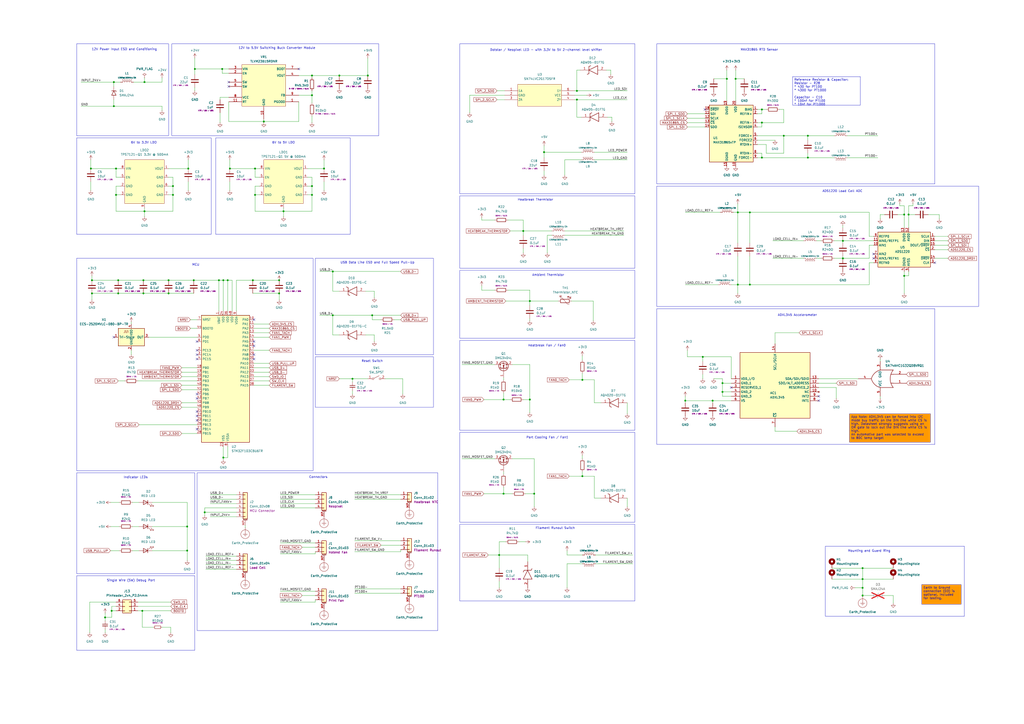
<source format=kicad_sch>
(kicad_sch (version 20231120) (generator "eeschema") (generator_version "8.0")
  (paper "A2")
  (junction (at 292.1 231.775))
  (junction (at 427.99 165.1))
  (junction (at 180.975 113.03))
  (junction (at 97.79 170.18))
  (junction (at 315.595 88.265))
  (junction (at 82.55 354.33))
  (junction (at 66.04 61.595))
  (junction (at 303.53 133.985))
  (junction (at 334.645 57.785))
  (junction (at 109.22 97.79))
  (junction (at 147.955 113.03))
  (junction (at 307.34 231.775))
  (junction (at 441.96 63.5))
  (junction (at 164.465 122.555))
  (junction (at 153.035 70.485))
  (junction (at 468.63 91.44))
  (junction (at 500.38 345.44))
  (junction (at 53.34 162.56))
  (junction (at 434.975 123.19))
  (junction (at 337.82 220.345))
  (junction (at 334.645 52.705))
  (junction (at 397.51 232.41))
  (junction (at 83.82 122.555))
  (junction (at 488.95 139.7))
  (junction (at 289.56 321.945))
  (junction (at 204.47 219.71))
  (junction (at 193.04 157.48))
  (junction (at 64.77 354.33))
  (junction (at 309.88 286.385))
  (junction (at 53.34 170.18))
  (junction (at 67.31 113.03))
  (junction (at 468.63 78.74))
  (junction (at 427.99 123.19))
  (junction (at 441.96 71.12))
  (junction (at 500.38 335.915))
  (junction (at 113.03 40.005))
  (junction (at 108.585 305.435))
  (junction (at 100.33 113.03))
  (junction (at 133.35 97.79))
  (junction (at 407.67 207.01))
  (junction (at 127 162.56))
  (junction (at 66.04 47.625))
  (junction (at 426.72 45.72))
  (junction (at 180.975 107.95))
  (junction (at 161.925 170.18))
  (junction (at 180.975 43.815))
  (junction (at 196.85 43.815))
  (junction (at 187.96 97.79))
  (junction (at 146.685 162.56))
  (junction (at 68.58 170.18))
  (junction (at 500.38 329.565))
  (junction (at 118.745 297.18))
  (junction (at 129.54 162.56))
  (junction (at 434.975 165.1))
  (junction (at 307.34 174.625))
  (junction (at 337.82 276.225))
  (junction (at 161.925 162.56))
  (junction (at 83.185 162.56))
  (junction (at 97.79 162.56))
  (junction (at 441.96 91.44))
  (junction (at 129.54 265.43))
  (junction (at 419.1 222.25))
  (junction (at 52.705 97.79))
  (junction (at 112.395 162.56))
  (junction (at 527.05 124.46))
  (junction (at 128.905 40.005))
  (junction (at 100.33 107.95))
  (junction (at 419.1 227.33))
  (junction (at 68.58 162.56))
  (junction (at 83.82 47.625))
  (junction (at 213.36 43.815))
  (junction (at 488.95 149.86))
  (junction (at 108.585 319.405))
  (junction (at 524.51 124.46))
  (junction (at 180.975 55.245))
  (junction (at 454.66 78.74))
  (junction (at 500.38 340.995))
  (junction (at 67.31 97.79))
  (junction (at 292.1 286.385))
  (junction (at 215.9 182.88))
  (junction (at 421.64 45.72))
  (junction (at 413.385 232.41))
  (junction (at 83.185 170.18))
  (junction (at 60.96 358.14))
  (junction (at 193.04 182.88))
  (junction (at 524.51 160.02))
  (junction (at 147.955 97.79))
  (junction (at 132.08 162.56))
  (no_connect (at 132.715 47.625))
  (no_connect (at 173.355 40.005))
  (no_connect (at 114.3 205.74))
  (no_connect (at 474.98 229.87))
  (no_connect (at 506.73 147.32))
  (no_connect (at 66.04 195.58))
  (no_connect (at 114.3 248.92))
  (no_connect (at 147.32 185.42))
  (no_connect (at 114.3 243.84))
  (no_connect (at 147.32 208.28))
  (no_connect (at 506.73 149.86))
  (no_connect (at 147.32 200.66))
  (no_connect (at 132.715 50.165))
  (no_connect (at 424.18 224.79))
  (no_connect (at 147.32 198.12))
  (no_connect (at 114.3 198.12))
  (no_connect (at 114.3 241.3))
  (no_connect (at 408.94 63.5))
  (no_connect (at 147.32 205.74))
  (no_connect (at 114.3 238.76))
  (no_connect (at 542.29 152.4))
  (no_connect (at 114.3 228.6))
  (no_connect (at 474.98 232.41))
  (no_connect (at 114.3 208.28))
  (no_connect (at 114.3 231.14))
  (no_connect (at 114.3 203.2))
  (wire (pts (xy 128.905 42.545) (xy 132.715 42.545)))
  (wire (pts (xy 434.975 148.59) (xy 434.975 165.1)))
  (wire (pts (xy 162.56 289.56) (xy 182.88 289.56)))
  (wire (pts (xy 105.41 226.06) (xy 114.3 226.06)))
  (wire (pts (xy 121.92 289.56) (xy 137.16 289.56)))
  (wire (pts (xy 52.07 367.03) (xy 52.07 349.25)))
  (wire (pts (xy 86.36 195.58) (xy 114.3 195.58)))
  (wire (pts (xy 267.97 266.065) (xy 287.02 266.065)))
  (wire (pts (xy 97.79 107.95) (xy 100.33 107.95)))
  (wire (pts (xy 205.74 344.17) (xy 232.41 344.17)))
  (wire (pts (xy 137.16 162.56) (xy 146.685 162.56)))
  (wire (pts (xy 180.975 55.245) (xy 180.975 59.69)))
  (wire (pts (xy 204.47 219.71) (xy 204.47 221.615)))
  (wire (pts (xy 427.99 165.1) (xy 427.99 170.18)))
  (wire (pts (xy 99.06 363.855) (xy 93.98 363.855)))
  (wire (pts (xy 185.42 157.48) (xy 193.04 157.48)))
  (wire (pts (xy 156.21 213.36) (xy 147.32 213.36)))
  (wire (pts (xy 150.495 102.87) (xy 147.955 102.87)))
  (wire (pts (xy 173.355 43.815) (xy 180.975 43.815)))
  (wire (pts (xy 161.925 173.99) (xy 161.925 170.18)))
  (wire (pts (xy 88.265 291.465) (xy 108.585 291.465)))
  (wire (pts (xy 363.855 92.71) (xy 344.805 92.71)))
  (wire (pts (xy 156.21 210.82) (xy 147.32 210.82)))
  (wire (pts (xy 524.51 160.02) (xy 527.05 160.02)))
  (wire (pts (xy 344.17 174.625) (xy 344.17 186.055)))
  (wire (pts (xy 334.645 57.785) (xy 333.375 57.785)))
  (wire (pts (xy 303.53 127.635) (xy 294.64 127.635)))
  (wire (pts (xy 488.95 149.86) (xy 504.19 149.86)))
  (wire (pts (xy 454.66 71.12) (xy 454.66 63.5)))
  (wire (pts (xy 147.955 122.555) (xy 164.465 122.555)))
  (wire (pts (xy 504.19 137.16) (xy 504.19 123.19)))
  (wire (pts (xy 303.53 231.775) (xy 307.34 231.775)))
  (wire (pts (xy 337.82 273.685) (xy 337.82 276.225)))
  (wire (pts (xy 127.635 56.515) (xy 132.715 56.515)))
  (wire (pts (xy 488.95 139.7) (xy 506.73 139.7)))
  (wire (pts (xy 466.09 149.86) (xy 448.31 149.86)))
  (wire (pts (xy 504.19 137.16) (xy 506.73 137.16)))
  (wire (pts (xy 337.82 216.535) (xy 337.82 220.345)))
  (wire (pts (xy 424.18 207.01) (xy 424.18 219.71)))
  (wire (pts (xy 178.435 107.95) (xy 180.975 107.95)))
  (wire (pts (xy 114.3 218.44) (xy 105.41 218.44)))
  (wire (pts (xy 307.34 239.395) (xy 307.34 231.775)))
  (wire (pts (xy 315.595 101.6) (xy 315.595 99.06)))
  (wire (pts (xy 292.1 286.385) (xy 292.1 282.575)))
  (wire (pts (xy 307.34 186.055) (xy 307.34 184.785)))
  (wire (pts (xy 112.395 162.56) (xy 127 162.56)))
  (wire (pts (xy 345.44 327.025) (xy 367.03 327.025)))
  (wire (pts (xy 527.05 119.38) (xy 527.05 124.46)))
  (wire (pts (xy 303.53 146.685) (xy 303.53 144.145)))
  (wire (pts (xy 506.73 142.24) (xy 504.19 142.24)))
  (wire (pts (xy 147.955 113.03) (xy 150.495 113.03)))
  (wire (pts (xy 434.975 123.19) (xy 434.975 140.97)))
  (wire (pts (xy 363.855 57.785) (xy 334.645 57.785)))
  (wire (pts (xy 146.685 162.56) (xy 161.925 162.56)))
  (wire (pts (xy 114.3 213.36) (xy 105.41 213.36)))
  (wire (pts (xy 521.97 118.11) (xy 521.97 119.38)))
  (wire (pts (xy 419.1 219.71) (xy 419.1 222.25)))
  (wire (pts (xy 439.42 63.5) (xy 441.96 63.5)))
  (wire (pts (xy 328.93 327.025) (xy 337.82 327.025)))
  (wire (pts (xy 187.96 92.71) (xy 187.96 97.79)))
  (wire (pts (xy 542.29 142.24) (xy 549.91 142.24)))
  (wire (pts (xy 108.585 319.405) (xy 108.585 325.12)))
  (wire (pts (xy 173.355 59.055) (xy 173.355 70.485)))
  (wire (pts (xy 175.26 345.44) (xy 182.88 345.44)))
  (wire (pts (xy 232.41 320.04) (xy 232.41 318.77)))
  (wire (pts (xy 337.82 276.225) (xy 344.805 276.225)))
  (wire (pts (xy 344.805 220.345) (xy 344.805 233.68)))
  (wire (pts (xy 441.96 91.44) (xy 468.63 91.44)))
  (wire (pts (xy 289.56 314.325) (xy 289.56 321.945)))
  (wire (pts (xy 334.645 40.64) (xy 336.55 40.64)))
  (wire (pts (xy 427.99 165.1) (xy 434.975 165.1)))
  (wire (pts (xy 468.63 78.74) (xy 468.63 81.28)))
  (wire (pts (xy 53.34 162.56) (xy 68.58 162.56)))
  (wire (pts (xy 182.88 349.25) (xy 182.88 347.98)))
  (wire (pts (xy 544.83 127) (xy 544.83 124.46)))
  (wire (pts (xy 215.9 185.42) (xy 220.98 185.42)))
  (wire (pts (xy 504.19 152.4) (xy 506.73 152.4)))
  (wire (pts (xy 196.85 43.815) (xy 213.36 43.815)))
  (wire (pts (xy 67.31 113.03) (xy 69.85 113.03)))
  (wire (pts (xy 137.16 292.1) (xy 121.92 292.1)))
  (wire (pts (xy 500.38 329.565) (xy 518.16 329.565)))
  (wire (pts (xy 439.42 73.66) (xy 441.96 73.66)))
  (wire (pts (xy 488.95 139.7) (xy 488.95 140.97)))
  (wire (pts (xy 500.38 345.44) (xy 500.38 346.075)))
  (wire (pts (xy 156.21 215.9) (xy 147.32 215.9)))
  (wire (pts (xy 468.63 78.74) (xy 483.87 78.74)))
  (wire (pts (xy 162.56 342.9) (xy 182.88 342.9)))
  (wire (pts (xy 97.79 170.18) (xy 112.395 170.18)))
  (wire (pts (xy 180.975 45.085) (xy 180.975 43.815)))
  (wire (pts (xy 46.99 61.595) (xy 66.04 61.595)))
  (wire (pts (xy 105.41 233.68) (xy 114.3 233.68)))
  (wire (pts (xy 327.66 92.71) (xy 337.185 92.71)))
  (wire (pts (xy 164.465 122.555) (xy 164.465 125.73)))
  (wire (pts (xy 97.79 162.56) (xy 112.395 162.56)))
  (wire (pts (xy 413.385 233.68) (xy 413.385 232.41)))
  (wire (pts (xy 426.72 45.72) (xy 426.72 58.42)))
  (wire (pts (xy 510.54 127) (xy 510.54 124.46)))
  (wire (pts (xy 53.34 173.99) (xy 53.34 170.18)))
  (wire (pts (xy 267.97 211.455) (xy 287.02 211.455)))
  (wire (pts (xy 60.96 367.03) (xy 60.96 365.125)))
  (wire (pts (xy 164.465 122.555) (xy 180.975 122.555)))
  (wire (pts (xy 529.59 118.11) (xy 529.59 119.38)))
  (wire (pts (xy 60.96 360.045) (xy 60.96 358.14)))
  (wire (pts (xy 46.99 47.625) (xy 66.04 47.625)))
  (wire (pts (xy 129.54 180.34) (xy 129.54 162.56)))
  (wire (pts (xy 500.38 340.995) (xy 500.38 345.44)))
  (wire (pts (xy 444.5 88.9) (xy 454.66 88.9)))
  (wire (pts (xy 524.51 119.38) (xy 524.51 124.46)))
  (wire (pts (xy 354.33 40.64) (xy 354.33 43.18)))
  (wire (pts (xy 83.82 45.085) (xy 83.82 47.625)))
  (wire (pts (xy 500.38 345.44) (xy 505.46 345.44)))
  (wire (pts (xy 162.56 292.1) (xy 182.88 292.1)))
  (wire (pts (xy 162.56 294.64) (xy 182.88 294.64)))
  (wire (pts (xy 187.96 110.49) (xy 187.96 105.41)))
  (wire (pts (xy 444.5 83.82) (xy 439.42 83.82)))
  (wire (pts (xy 407.67 219.71) (xy 407.67 217.17)))
  (wire (pts (xy 485.14 222.25) (xy 474.98 222.25)))
  (wire (pts (xy 397.51 233.68) (xy 397.51 232.41)))
  (wire (pts (xy 193.04 194.31) (xy 193.04 182.88)))
  (wire (pts (xy 64.77 351.79) (xy 67.31 351.79)))
  (wire (pts (xy 127 180.34) (xy 127 162.56)))
  (wire (pts (xy 495.935 340.995) (xy 500.38 340.995)))
  (wire (pts (xy 340.36 55.245) (xy 333.375 55.245)))
  (wire (pts (xy 129.54 162.56) (xy 127 162.56)))
  (wire (pts (xy 518.16 349.885) (xy 518.16 345.44)))
  (wire (pts (xy 468.63 91.44) (xy 483.87 91.44)))
  (wire (pts (xy 132.08 265.43) (xy 129.54 265.43)))
  (wire (pts (xy 521.97 119.38) (xy 524.51 119.38)))
  (wire (pts (xy 427.99 118.11) (xy 427.99 123.19)))
  (wire (pts (xy 213.36 33.655) (xy 213.36 43.815)))
  (wire (pts (xy 289.56 340.995) (xy 289.56 337.185)))
  (wire (pts (xy 337.82 206.375) (xy 337.82 208.915)))
  (wire (pts (xy 473.71 139.7) (xy 476.25 139.7)))
  (wire (pts (xy 354.965 67.945) (xy 354.965 70.485)))
  (wire (pts (xy 500.38 329.565) (xy 500.38 335.915)))
  (wire (pts (xy 182.88 314.96) (xy 162.56 314.96)))
  (wire (pts (xy 315.595 84.455) (xy 315.595 88.265)))
  (wire (pts (xy 132.08 265.43) (xy 132.08 259.08)))
  (wire (pts (xy 233.68 219.71) (xy 233.68 228.6)))
  (wire (pts (xy 97.79 113.03) (xy 100.33 113.03)))
  (wire (pts (xy 344.17 174.625) (xy 331.47 174.625)))
  (wire (pts (xy 549.91 144.78) (xy 542.29 144.78)))
  (wire (pts (xy 328.93 327.025) (xy 328.93 340.995)))
  (wire (pts (xy 108.585 291.465) (xy 108.585 305.435)))
  (wire (pts (xy 344.805 288.925) (xy 344.805 276.225)))
  (wire (pts (xy 67.31 102.87) (xy 67.31 97.79)))
  (wire (pts (xy 100.33 102.87) (xy 100.33 107.95)))
  (wire (pts (xy 421.64 45.72) (xy 421.64 58.42)))
  (wire (pts (xy 524.51 160.02) (xy 524.51 157.48)))
  (wire (pts (xy 118.745 297.18) (xy 137.16 297.18)))
  (wire (pts (xy 288.29 52.705) (xy 292.735 52.705)))
  (wire (pts (xy 69.85 107.95) (xy 67.31 107.95)))
  (wire (pts (xy 68.58 162.56) (xy 83.185 162.56)))
  (wire (pts (xy 330.2 276.225) (xy 337.82 276.225)))
  (wire (pts (xy 485.14 224.79) (xy 474.98 224.79)))
  (wire (pts (xy 164.465 120.65) (xy 164.465 122.555)))
  (wire (pts (xy 137.16 299.72) (xy 121.92 299.72)))
  (wire (pts (xy 292.1 274.955) (xy 292.1 273.685)))
  (wire (pts (xy 99.06 367.03) (xy 99.06 363.855)))
  (wire (pts (xy 162.56 349.25) (xy 182.88 349.25)))
  (wire (pts (xy 272.415 65.405) (xy 272.415 55.245)))
  (wire (pts (xy 77.47 47.625) (xy 83.82 47.625)))
  (wire (pts (xy 449.58 81.28) (xy 439.42 81.28)))
  (wire (pts (xy 283.21 321.945) (xy 289.56 321.945)))
  (wire (pts (xy 162.56 321.31) (xy 182.88 321.31)))
  (wire (pts (xy 180.975 113.03) (xy 180.975 122.555)))
  (wire (pts (xy 113.03 50.8) (xy 113.03 52.705)))
  (wire (pts (xy 441.96 66.04) (xy 441.96 63.5)))
  (wire (pts (xy 133.35 97.79) (xy 147.955 97.79)))
  (wire (pts (xy 295.91 133.985) (xy 303.53 133.985)))
  (wire (pts (xy 80.645 291.465) (xy 76.835 291.465)))
  (wire (pts (xy 127.635 56.515) (xy 127.635 57.785)))
  (wire (pts (xy 105.41 251.46) (xy 114.3 251.46)))
  (wire (pts (xy 309.88 294.005) (xy 309.88 286.385)))
  (wire (pts (xy 64.77 354.33) (xy 67.31 354.33)))
  (wire (pts (xy 147.955 107.95) (xy 147.955 113.03)))
  (wire (pts (xy 421.64 40.64) (xy 421.64 45.72)))
  (wire (pts (xy 178.435 97.79) (xy 187.96 97.79)))
  (wire (pts (xy 132.08 162.56) (xy 129.54 162.56)))
  (wire (pts (xy 162.56 287.02) (xy 182.88 287.02)))
  (wire (pts (xy 524.51 124.46) (xy 524.51 132.08)))
  (wire (pts (xy 137.16 327.66) (xy 119.38 327.66)))
  (wire (pts (xy 83.185 170.18) (xy 97.79 170.18)))
  (wire (pts (xy 476.25 149.86) (xy 473.71 149.86)))
  (wire (pts (xy 434.975 165.1) (xy 504.19 165.1)))
  (wire (pts (xy 185.42 182.88) (xy 193.04 182.88)))
  (wire (pts (xy 137.16 180.34) (xy 137.16 162.56)))
  (wire (pts (xy 439.42 71.12) (xy 441.96 71.12)))
  (wire (pts (xy 100.33 113.03) (xy 100.33 122.555)))
  (wire (pts (xy 173.355 70.485) (xy 153.035 70.485)))
  (wire (pts (xy 129.54 266.7) (xy 129.54 265.43)))
  (wire (pts (xy 82.55 363.855) (xy 82.55 354.33)))
  (wire (pts (xy 129.54 265.43) (xy 129.54 259.08)))
  (wire (pts (xy 309.88 266.065) (xy 309.88 286.385)))
  (wire (pts (xy 337.82 220.345) (xy 330.2 220.345)))
  (wire (pts (xy 306.07 321.945) (xy 306.07 325.755)))
  (wire (pts (xy 205.74 313.69) (xy 232.41 313.69)))
  (wire (pts (xy 292.1 231.775) (xy 295.91 231.775)))
  (wire (pts (xy 228.6 185.42) (xy 232.41 185.42)))
  (wire (pts (xy 180.975 102.87) (xy 180.975 107.95)))
  (wire (pts (xy 113.03 43.18) (xy 113.03 40.005)))
  (wire (pts (xy 88.9 363.855) (xy 82.55 363.855)))
  (wire (pts (xy 289.56 314.325) (xy 293.37 314.325)))
  (wire (pts (xy 182.88 321.31) (xy 182.88 320.04)))
  (wire (pts (xy 137.16 325.12) (xy 119.38 325.12)))
  (wire (pts (xy 289.56 321.945) (xy 289.56 329.565)))
  (wire (pts (xy 67.31 97.79) (xy 69.85 97.79)))
  (wire (pts (xy 448.31 139.7) (xy 466.09 139.7)))
  (wire (pts (xy 334.645 40.64) (xy 334.645 52.705)))
  (wire (pts (xy 180.975 71.12) (xy 180.975 67.31)))
  (wire (pts (xy 80.01 349.25) (xy 99.06 349.25)))
  (wire (pts (xy 68.58 170.18) (xy 83.185 170.18)))
  (wire (pts (xy 109.22 110.49) (xy 109.22 105.41)))
  (wire (pts (xy 542.29 139.7) (xy 549.91 139.7)))
  (wire (pts (xy 398.78 66.04) (xy 408.94 66.04)))
  (wire (pts (xy 105.41 236.22) (xy 114.3 236.22)))
  (wire (pts (xy 83.82 122.555) (xy 83.82 125.73)))
  (wire (pts (xy 520.7 124.46) (xy 524.51 124.46)))
  (wire (pts (xy 529.59 119.38) (xy 527.05 119.38)))
  (wire (pts (xy 60.96 358.14) (xy 60.96 355.6)))
  (wire (pts (xy 441.96 71.12) (xy 454.66 71.12)))
  (wire (pts (xy 334.645 52.705) (xy 363.855 52.705)))
  (wire (pts (xy 133.35 92.71) (xy 133.35 97.79)))
  (wire (pts (xy 315.595 91.44) (xy 315.595 88.265)))
  (wire (pts (xy 524.51 160.02) (xy 524.51 170.18)))
  (wire (pts (xy 156.21 187.96) (xy 147.32 187.96)))
  (wire (pts (xy 175.26 317.5) (xy 182.88 317.5)))
  (wire (pts (xy 97.79 97.79) (xy 109.22 97.79)))
  (wire (pts (xy 118.745 294.64) (xy 137.16 294.64)))
  (wire (pts (xy 83.82 120.65) (xy 83.82 122.555)))
  (wire (pts (xy 93.98 47.625) (xy 93.98 45.085)))
  (wire (pts (xy 441.96 91.44) (xy 441.96 88.9)))
  (wire (pts (xy 69.215 305.435) (xy 64.135 305.435)))
  (wire (pts (xy 292.1 220.345) (xy 292.1 219.075)))
  (wire (pts (xy 128.905 40.005) (xy 128.905 42.545)))
  (wire (pts (xy 132.715 59.055) (xy 132.715 70.485)))
  (wire (pts (xy 500.38 335.915) (xy 518.16 335.915)))
  (wire (pts (xy 76.835 305.435) (xy 80.645 305.435)))
  (wire (pts (xy 272.415 55.245) (xy 292.735 55.245)))
  (wire (pts (xy 60.96 358.14) (xy 64.77 358.14)))
  (wire (pts (xy 180.975 43.815) (xy 196.85 43.815)))
  (wire (pts (xy 93.98 64.135) (xy 93.98 61.595)))
  (wire (pts (xy 292.1 231.775) (xy 292.1 227.965)))
  (wire (pts (xy 488.95 149.86) (xy 488.95 148.59)))
  (wire (pts (xy 52.705 97.79) (xy 67.31 97.79)))
  (wire (pts (xy 217.17 172.72) (xy 217.17 168.91)))
  (wire (pts (xy 397.51 232.41) (xy 413.385 232.41)))
  (wire (pts (xy 363.855 88.265) (xy 344.805 88.265)))
  (wire (pts (xy 113.03 40.005) (xy 128.905 40.005)))
  (wire (pts (xy 193.04 157.48) (xy 232.41 157.48)))
  (wire (pts (xy 69.215 291.465) (xy 64.135 291.465)))
  (wire (pts (xy 82.55 354.33) (xy 99.06 354.33)))
  (wire (pts (xy 407.67 207.01) (xy 424.18 207.01)))
  (wire (pts (xy 444.5 63.5) (xy 441.96 63.5)))
  (wire (pts (xy 156.21 220.98) (xy 147.32 220.98)))
  (wire (pts (xy 304.8 286.385) (xy 309.88 286.385)))
  (wire (pts (xy 173.355 55.245) (xy 180.975 55.245)))
  (wire (pts (xy 83.82 122.555) (xy 100.33 122.555)))
  (wire (pts (xy 80.01 351.79) (xy 99.06 351.79)))
  (wire (pts (xy 419.1 227.33) (xy 424.18 227.33)))
  (wire (pts (xy 452.12 63.5) (xy 454.66 63.5)))
  (wire (pts (xy 334.645 67.945) (xy 334.645 57.785)))
  (wire (pts (xy 127.635 65.405) (xy 127.635 71.12)))
  (wire (pts (xy 398.78 207.01) (xy 407.67 207.01)))
  (wire (pts (xy 419.1 222.25) (xy 419.1 227.33)))
  (wire (pts (xy 510.54 208.28) (xy 510.54 209.55)))
  (wire (pts (xy 307.34 174.625) (xy 323.85 174.625)))
  (wire (pts (xy 482.6 329.565) (xy 500.38 329.565)))
  (wire (pts (xy 439.42 91.44) (xy 441.96 91.44)))
  (wire (pts (xy 424.18 229.87) (xy 419.1 229.87)))
  (wire (pts (xy 146.685 170.18) (xy 161.925 170.18)))
  (wire (pts (xy 80.01 220.98) (xy 114.3 220.98)))
  (wire (pts (xy 215.9 182.88) (xy 232.41 182.88)))
  (wire (pts (xy 426.72 40.64) (xy 426.72 45.72)))
  (wire (pts (xy 328.93 321.945) (xy 337.82 321.945)))
  (wire (pts (xy 193.04 194.31) (xy 196.85 194.31)))
  (wire (pts (xy 76.2 203.2) (xy 76.2 205.74)))
  (wire (pts (xy 407.67 209.55) (xy 407.67 207.01)))
  (wire (pts (xy 434.975 123.19) (xy 504.19 123.19)))
  (wire (pts (xy 147.32 203.2) (xy 156.21 203.2)))
  (wire (pts (xy 193.04 168.91) (xy 193.04 157.48)))
  (wire (pts (xy 315.595 88.265) (xy 337.185 88.265)))
  (wire (pts (xy 363.855 288.925) (xy 363.855 294.005)))
  (wire (pts (xy 109.22 92.71) (xy 109.22 97.79)))
  (wire (pts (xy 66.04 47.625) (xy 69.85 47.625)))
  (wire (pts (xy 292.1 231.775) (xy 280.67 231.775)))
  (wire (pts (xy 156.21 195.58) (xy 147.32 195.58)))
  (wire (pts (xy 110.49 190.5) (xy 114.3 190.5)))
  (wire (pts (xy 279.4 168.275) (xy 287.02 168.275)))
  (wire (pts (xy 205.74 341.63) (xy 232.41 341.63)))
  (wire (pts (xy 66.04 47.625) (xy 66.04 50.165)))
  (wire (pts (xy 180.975 52.705) (xy 180.975 55.245)))
  (wire (pts (xy 317.5 146.685) (xy 317.5 136.525)))
  (wire (pts (xy 463.55 193.04) (xy 449.58 193.04)))
  (wire (pts (xy 518.16 345.44) (xy 513.08 345.44)))
  (wire (pts (xy 510.54 124.46) (xy 513.08 124.46)))
  (wire (pts (xy 491.49 91.44) (xy 509.27 91.44)))
  (wire (pts (xy 425.45 123.19) (xy 427.99 123.19)))
  (wire (pts (xy 121.92 287.02) (xy 137.16 287.02)))
  (wire (pts (xy 100.33 107.95) (xy 100.33 113.03)))
  (wire (pts (xy 427.99 123.19) (xy 434.975 123.19)))
  (wire (pts (xy 133.35 105.41) (xy 133.35 110.49)))
  (wire (pts (xy 398.78 68.58) (xy 408.94 68.58)))
  (wire (pts (xy 454.66 88.9) (xy 454.66 78.74)))
  (wire (pts (xy 345.44 321.945) (xy 367.03 321.945)))
  (wire (pts (xy 213.36 219.71) (xy 204.47 219.71)))
  (wire (pts (xy 204.47 226.695) (xy 204.47 228.6)))
  (wire (pts (xy 527.05 124.46) (xy 527.05 132.08)))
  (wire (pts (xy 303.53 127.635) (xy 303.53 133.985)))
  (wire (pts (xy 53.34 160.02) (xy 53.34 162.56)))
  (wire (pts (xy 444.5 88.9) (xy 444.5 83.82)))
  (wire (pts (xy 419.1 229.87) (xy 419.1 227.33)))
  (wire (pts (xy 454.66 78.74) (xy 468.63 78.74)))
  (wire (pts (xy 337.82 220.345) (xy 344.805 220.345)))
  (wire (pts (xy 69.85 102.87) (xy 67.31 102.87)))
  (wire (pts (xy 485.14 231.14) (xy 485.14 224.79)))
  (wire (pts (xy 215.9 185.42) (xy 215.9 182.88)))
  (wire (pts (xy 153.035 70.485) (xy 153.035 69.215)))
  (wire (pts (xy 110.49 185.42) (xy 114.3 185.42)))
  (wire (pts (xy 137.16 330.2) (xy 119.38 330.2)))
  (wire (pts (xy 220.98 316.23) (xy 232.41 316.23)))
  (wire (pts (xy 333.375 52.705) (xy 334.645 52.705)))
  (wire (pts (xy 510.54 231.14) (xy 510.54 229.87)))
  (wire (pts (xy 83.185 162.56) (xy 97.79 162.56)))
  (wire (pts (xy 337.185 67.945) (xy 334.645 67.945)))
  (wire (pts (xy 128.905 40.005) (xy 132.715 40.005)))
  (wire (pts (xy 279.4 165.735) (xy 279.4 168.275)))
  (wire (pts (xy 491.49 78.74) (xy 509.27 78.74)))
  (wire (pts (xy 150.495 107.95) (xy 147.955 107.95)))
  (wire (pts (xy 66.04 61.595) (xy 93.98 61.595)))
  (wire (pts (xy 449.58 193.04) (xy 449.58 199.39)))
  (wire (pts (xy 398.78 71.12) (xy 408.94 71.12)))
  (wire (pts (xy 398.78 203.2) (xy 398.78 207.01)))
  (wire (pts (xy 439.42 66.04) (xy 441.96 66.04)))
  (wire (pts (xy 303.53 136.525) (xy 303.53 133.985)))
  (wire (pts (xy 118.745 294.64) (xy 118.745 297.18)))
  (wire (pts (xy 504.19 142.24) (xy 504.19 149.86)))
  (wire (pts (xy 83.82 47.625) (xy 93.98 47.625)))
  (wire (pts (xy 304.8 314.325) (xy 300.99 314.325)))
  (wire (pts (xy 398.78 73.66) (xy 408.94 73.66)))
  (wire (pts (xy 363.855 233.68) (xy 363.855 240.03)))
  (wire (pts (xy 426.72 45.72) (xy 431.8 45.72)))
  (wire (pts (xy 317.5 136.525) (xy 320.04 136.525)))
  (wire (pts (xy 542.29 137.16) (xy 549.91 137.16)))
  (wire (pts (xy 67.31 107.95) (xy 67.31 113.03)))
  (wire (pts (xy 64.135 319.405) (xy 69.215 319.405)))
  (wire (pts (xy 132.715 70.485) (xy 153.035 70.485)))
  (wire (pts (xy 303.53 133.985) (xy 320.04 133.985)))
  (wire (pts (xy 67.31 122.555) (xy 83.82 122.555)))
  (wire (pts (xy 108.585 305.435) (xy 108.585 319.405)))
  (wire (pts (xy 147.955 113.03) (xy 147.955 122.555)))
  (wire (pts (xy 424.18 222.25) (xy 419.1 222.25)))
  (wire (pts (xy 52.07 349.25) (xy 67.31 349.25)))
  (wire (pts (xy 153.035 70.485) (xy 153.035 71.12)))
  (wire (pts (xy 309.88 266.065) (xy 297.18 266.065)))
  (wire (pts (xy 156.21 193.04) (xy 147.32 193.04)))
  (wire (pts (xy 468.63 88.9) (xy 468.63 91.44)))
  (wire (pts (xy 289.56 321.945) (xy 306.07 321.945)))
  (wire (pts (xy 397.51 165.1) (xy 416.56 165.1)))
  (wire (pts (xy 118.745 299.085) (xy 118.745 297.18)))
  (wire (pts (xy 217.17 194.31) (xy 212.09 194.31)))
  (wire (pts (xy 64.77 354.33) (xy 64.77 358.14)))
  (wire (pts (xy 344.805 288.925) (xy 348.615 288.925)))
  (wire (pts (xy 180.975 107.95) (xy 180.975 113.03)))
  (wire (pts (xy 414.02 219.71) (xy 419.1 219.71)))
  (wire (pts (xy 397.51 123.19) (xy 417.83 123.19)))
  (wire (pts (xy 64.77 351.79) (xy 64.77 354.33)))
  (wire (pts (xy 294.64 168.275) (xy 307.34 168.275)))
  (wire (pts (xy 413.385 232.41) (xy 424.18 232.41)))
  (wire (pts (xy 354.33 40.64) (xy 351.79 40.64)))
  (wire (pts (xy 439.42 78.74) (xy 454.66 78.74)))
  (wire (pts (xy 344.805 233.68) (xy 348.615 233.68)))
  (wire (pts (xy 328.93 319.405) (xy 328.93 321.945)))
  (wire (pts (xy 441.96 88.9) (xy 439.42 88.9)))
  (wire (pts (xy 147.955 97.79) (xy 150.495 97.79)))
  (wire (pts (xy 482.6 335.915) (xy 500.38 335.915)))
  (wire (pts (xy 462.28 250.19) (xy 449.58 250.19)))
  (wire (pts (xy 354.965 67.945) (xy 352.425 67.945)))
  (wire (pts (xy 293.37 174.625) (xy 307.34 174.625)))
  (wire (pts (xy 327.66 136.525) (xy 361.95 136.525)))
  (wire (pts (xy 193.04 182.88) (xy 215.9 182.88)))
  (wire (pts (xy 142.24 306.07) (xy 142.24 304.8)))
  (wire (pts (xy 474.98 219.71) (xy 497.84 219.71)))
  (wire (pts (xy 483.87 139.7) (xy 488.95 139.7)))
  (wire (pts (xy 544.83 124.46) (xy 538.48 124.46)))
  (wire (pts (xy 108.585 319.405) (xy 88.265 319.405)))
  (wire (pts (xy 397.51 229.87) (xy 397.51 232.41)))
  (wire (pts (xy 279.4 127.635) (xy 279.4 126.365)))
  (wire (pts (xy 483.87 149.86) (xy 488.95 149.86)))
  (wire (pts (xy 105.41 215.9) (xy 114.3 215.9)))
  (wire (pts (xy 178.435 102.87) (xy 180.975 102.87)))
  (wire (pts (xy 80.645 246.38) (xy 114.3 246.38)))
  (wire (pts (xy 504.19 152.4) (xy 504.19 165.1)))
  (wire (pts (xy 52.705 110.49) (xy 52.705 105.41)))
  (wire (pts (xy 232.41 289.56) (xy 205.74 289.56)))
  (wire (pts (xy 66.04 57.785) (xy 66.04 61.595)))
  (wire (pts (xy 52.705 92.71) (xy 52.705 97.79)))
  (wire (pts (xy 307.34 177.165) (xy 307.34 174.625)))
  (wire (pts (xy 449.58 250.19) (xy 449.58 247.65)))
  (wire (pts (xy 147.955 102.87) (xy 147.955 97.79)))
  (wire (pts (xy 287.02 127.635) (xy 279.4 127.635)))
  (wire (pts (xy 307.34 211.455) (xy 297.18 211.455)))
  (wire (pts (xy 132.08 180.34) (xy 132.08 162.56)))
  (wire (pts (xy 217.17 198.12) (xy 217.17 194.31)))
  (wire (pts (xy 441.96 73.66) (xy 441.96 71.12)))
  (wire (pts (xy 156.21 223.52) (xy 147.32 223.52)))
  (wire (pts (xy 424.18 165.1) (xy 427.99 165.1)))
  (wire (pts (xy 488.95 130.81) (xy 488.95 132.08)))
  (wire (pts (xy 500.38 335.915) (xy 500.38 340.995)))
  (wire (pts (xy 113.03 40.005) (xy 113.03 33.655)))
  (wire (pts (xy 307.34 211.455) (xy 307.34 231.775)))
  (wire (pts (xy 427.99 148.59) (xy 427.99 165.1)))
  (wire (pts (xy 67.31 113.03) (xy 67.31 122.555)))
  (wire (pts (xy 205.74 320.04) (xy 232.41 320.04)))
  (wire (pts (xy 80.01 354.33) (xy 82.55 354.33)))
  (wire (pts (xy 527.05 160.02) (xy 527.05 157.48)))
  (wire (pts (xy 232.41 287.02) (xy 205.74 287.02)))
  (wire (pts (xy 88.265 305.435) (xy 108.585 305.435)))
  (wire (pts (xy 132.08 162.56) (xy 134.62 162.56)))
  (wire (pts (xy 105.41 223.52) (xy 114.3 223.52)))
  (wire (pts (xy 134.62 180.34) (xy 134.62 162.56)))
  (wire (pts (xy 97.79 102.87) (xy 100.33 102.87)))
  (wire (pts (xy 530.86 124.46) (xy 527.05 124.46)))
  (wire (pts (xy 178.435 113.03) (xy 180.975 113.03)))
  (wire (pts (xy 414.02 45.72) (xy 421.64 45.72)))
  (wire (pts (xy 307.34 168.275) (xy 307.34 174.625)))
  (wire (pts (xy 217.17 168.91) (xy 212.09 168.91)))
  (wire (pts (xy 292.1 286.385) (xy 297.18 286.385)))
  (wire (pts (xy 193.04 168.91) (xy 196.85 168.91)))
  (wire (pts (xy 156.21 190.5) (xy 147.32 190.5)))
  (wire (pts (xy 68.58 220.98) (xy 72.39 220.98)))
  (wire (pts (xy 156.21 218.44) (xy 147.32 218.44)))
  (wire (pts (xy 427.99 123.19) (xy 427.99 140.97)))
  (wire (pts (xy 223.52 219.71) (xy 233.68 219.71)))
  (wire (pts (xy 327.66 133.985) (xy 361.95 133.985)))
  (wire (pts (xy 53.34 170.18) (xy 68.58 170.18)))
  (wire (pts (xy 288.29 57.785) (xy 292.735 57.785)))
  (wire (pts (xy 542.29 149.86) (xy 549.91 149.86)))
  (wire (pts (xy 292.1 286.385) (xy 280.67 286.385)))
  (wire (pts (xy 196.85 219.71) (xy 204.47 219.71)))
  (wire (pts (xy 327.66 92.71) (xy 327.66 101.6)))
  (wire (pts (xy 76.835 319.405) (xy 80.645 319.405)))
  (wire (pts (xy 137.16 322.58) (xy 119.38 322.58)))
  (wire (pts (xy 337.82 264.16) (xy 337.82 266.065)))
  (wire (pts (xy 76.2 186.69) (xy 76.2 187.96)))
  (rectangle (start 478.79 316.865) (end 559.435 357.505))
  (rectangle (start 266.7 156.845) (end 368.3 196.215))
  (rectangle (start 99.695 25.4) (end 219.71 78.74))
  (rectangle (start 266.7 250.825) (end 368.3 302.895))
  (rectangle (start 381 179.07) (end 542.29 257.81))
  (rectangle (start 182.88 149.86) (end 251.46 205.74))
  (rectangle (start 266.7 197.485) (end 368.3 249.555))
  (rectangle (start 125.095 80.01) (end 203.2 135.89))
  (rectangle (start 44.45 274.32) (end 113.03 332.74))
  (rectangle (start 114.3 274.32) (end 254 365.76))
  (rectangle (start 266.7 113.665) (end 368.3 155.575))
  (rectangle (start 381 107.95) (end 567.69 177.8))
  (rectangle (start 44.45 334.01) (end 113.03 377.19))
  (rectangle (start 44.45 25.4) (end 97.79 78.74))
  (rectangle (start 44.45 149.86) (end 181.61 273.05))
  (rectangle (start 381 25.4) (end 542.29 106.68))
  (rectangle (start 266.7 25.4) (end 368.3 112.395))
  (rectangle (start 182.88 207.01) (end 251.46 236.22))
  (rectangle (start 44.45 80.01) (end 122.555 135.89))
  (rectangle (start 266.7 304.165) (end 368.3 348.615))
  (text_box "App Note: ADXL345 can be forced into I2C mode buy traffic on the DIN line while CS is high. Datasheet strongly suggests using an OR gate to lock out the DIN line while CS is high.\nAn automotive part was selected to exceed to 80C temp target" (at 492.76 240.03 0) (size 46.99 16.51) (fill (type color) (color 255 153 0 1)) (effects (font (size 1.27 1.27)) (justify left top)))
  (text_box "Reference Resistor & Capacitor:\nResistor - R28 \n* 430 for PT100\n* 4300 for PT1000\n\nCapacitor - C10\n* 100nf for PT100\n* 10nf for PT1000" (at 459.74 44.45 0) (size 39.37 16.51) (effects (font (size 1.27 1.27)) (justify left top)))
  (text_box "Earth to Ground connection (D3) is optional. Included for testing." (at 534.67 339.09 0) (size 22.86 11.43) (fill (type color) (color 255 153 0 1)) (effects (font (size 1.27 1.27)) (justify left top)))
  (text "6V to 5V LDO" (at 164.465 82.804 0) (effects (font (size 1.27 1.27))))
  (text "MCU" (at 113.538 153.67 0) (effects (font (size 1.27 1.27))))
  (text "Heatbreak Thermistor" (at 310.642 115.951 0) (effects (font (size 1.27 1.27))))
  (text "USB Data Line ESD and Full Speed Pull-Up" (at 218.948 152.4 0) (effects (font (size 1.27 1.27))))
  (text "Indicator LEDs" (at 78.74 276.987 0) (effects (font (size 1.27 1.27))))
  (text "ADS1220 Load Cell ADC" (at 488.696 110.998 0) (effects (font (size 1.27 1.27))))
  (text "6V to 3.3V LDO" (at 83.439 82.804 0) (effects (font (size 1.27 1.27))))
  (text "MAX31865 RTD Sensor" (at 440.436 28.956 0) (effects (font (size 1.27 1.27))))
  (text "Dotstar / Neopixel LED - with 3.3V to 5V 2-channel level shifter" (at 316.738 29.083 0) (effects (font (size 1.27 1.27))))
  (text "Filament Runout Switch" (at 322.072 306.451 0) (effects (font (size 1.27 1.27))))
  (text "Heatbreak Fan / Fan0" (at 317.246 200.533 0) (effects (font (size 1.27 1.27))))
  (text "Ambient Thermistor" (at 318.008 159.639 0) (effects (font (size 1.27 1.27))))
  (text "12V Power Input ESD and Conditioning" (at 72.136 28.702 0) (effects (font (size 1.27 1.27))))
  (text "12V to 5.5V Switching Buck Converter Module" (at 160.655 27.94 0) (effects (font (size 1.27 1.27))))
  (text "Part Cooling Fan / Fan1" (at 317.5 253.873 0) (effects (font (size 1.27 1.27))))
  (text "Connectors" (at 184.658 276.86 0) (effects (font (size 1.27 1.27))))
  (text "Mounting and Guard Ring" (at 504.19 319.659 0) (effects (font (size 1.27 1.27))))
  (text "Single Wire (SW) Debug Port" (at 75.946 336.804 0) (effects (font (size 1.27 1.27))))
  (text "ADXL345 Accelerometer" (at 462.534 182.88 0) (effects (font (size 1.27 1.27))))
  (text "Reset Switch" (at 215.9 209.55 0) (effects (font (size 1.27 1.27))))
  (label "HEATBREAK_TH_GND" (at 205.74 289.56 0))
  (label "LOAD_CELL_IN-" (at 448.31 149.86 0))
  (label "FAN0_MOSFET_GND" (at 267.97 211.455 0))
  (label "USB_D+" (at 121.92 287.02 0))
  (label "HEATBREAK_TH_VREF" (at 205.74 287.02 0))
  (label "HEATBREAK_TH_VREF" (at 361.95 133.985 180))
  (label "LOAD_CELL_IN+" (at 119.38 325.12 0))
  (label "LED_SDI" (at 162.56 289.56 0))
  (label "FILAMENT_SW_GND" (at 367.03 327.025 180))
  (label "USB_D+" (at 185.42 182.88 0))
  (label "INPUT_FANV+" (at 162.56 321.31 0))
  (label "HEATBREAK_TH_GND" (at 361.95 136.525 180))
  (label "LOAD_CELL_REF+" (at 397.51 123.19 0))
  (label "INPUT_FANV+" (at 162.56 349.25 0))
  (label "PT100+" (at 509.27 78.74 180))
  (label "LED_POWER" (at 363.855 88.265 180))
  (label "FAN1_MOSFET_GND" (at 267.97 266.065 0))
  (label "FAN1_MOSFET_GND" (at 162.56 342.9 0))
  (label "FILAMENT_SW_V+" (at 205.74 313.69 0))
  (label "FAN0_MOSFET_GND" (at 162.56 314.96 0))
  (label "LED_SDI" (at 363.855 52.705 180))
  (label "PT100-" (at 205.74 341.63 0))
  (label "FILAMENT_SW_V+" (at 367.03 321.945 180))
  (label "LED_CLK" (at 162.56 292.1 0))
  (label "LED_POWER" (at 162.56 287.02 0))
  (label "INPUT_24V+" (at 121.92 299.72 0))
  (label "PT100-" (at 509.27 91.44 180))
  (label "LED_GND" (at 162.56 294.64 0))
  (label "INPUT_24V+" (at 46.99 47.625 0))
  (label "PT100+" (at 205.74 344.17 0))
  (label "FILAMENT_SW_GND" (at 205.74 320.04 0))
  (label "LOAD_CELL_REF+" (at 119.38 322.58 0))
  (label "USB_D-" (at 185.42 157.48 0))
  (label "LOAD_CELL_IN+" (at 448.31 139.7 0))
  (label "LOAD_CELL_REF-" (at 397.51 165.1 0))
  (label "USB_D-" (at 121.92 289.56 0))
  (label "LED_GND" (at 363.855 92.71 180))
  (label "INPUT_FANV+" (at 121.92 292.1 0))
  (label "LOAD_CELL_IN-" (at 119.38 327.66 0))
  (label "GND" (at 46.99 61.595 0))
  (label "LOAD_CELL_REF-" (at 119.38 330.2 0))
  (label "LED_CLK" (at 363.855 57.785 180))
  (global_label "SPI_2_SCLK" (shape input) (at 80.645 246.38 180) (property "Intersheetrefs" "${INTERSHEET_REFS}" (effects (hide yes))))
  (global_label "ADS1220_DRDY" (shape input) (at 549.91 149.86 0) (property "Intersheetrefs" "${INTERSHEET_REFS}" (effects (hide yes))))
  (global_label "SPI_2_SDO" (shape input) (at 105.41 251.46 180) (property "Intersheetrefs" "${INTERSHEET_REFS}" (effects (hide yes))))
  (global_label "SPI_1_SDI" (shape input) (at 105.41 223.52 180) (property "Intersheetrefs" "${INTERSHEET_REFS}" (effects (hide yes))))
  (global_label "USB_D+" (shape input) (at 156.21 213.36 0) (property "Intersheetrefs" "${INTERSHEET_REFS}" (effects (hide yes))))
  (global_label "FAN1_TACH" (shape input) (at 156.21 193.04 0) (property "Intersheetrefs" "${INTERSHEET_REFS}" (effects (hide yes))))
  (global_label "NRST" (shape input) (at 110.49 185.42 180) (property "Intersheetrefs" "${INTERSHEET_REFS}" (effects (hide yes))))
  (global_label "USB_PULL_UP" (shape input) (at 232.41 185.42 0) (property "Intersheetrefs" "${INTERSHEET_REFS}" (effects (hide yes))))
  (global_label "USB_PULL_UP" (shape input) (at 156.21 210.82 0) (property "Intersheetrefs" "${INTERSHEET_REFS}" (effects (hide yes))))
  (global_label "MAX31865_CS" (shape input) (at 156.21 190.5 0) (property "Intersheetrefs" "${INTERSHEET_REFS}" (effects (hide yes))))
  (global_label "ADXL345_CS" (shape input) (at 462.28 250.19 0) (property "Intersheetrefs" "${INTERSHEET_REFS}" (effects (hide yes))))
  (global_label "USB_PULL_UP" (shape input) (at 64.135 319.405 180) (property "Intersheetrefs" "${INTERSHEET_REFS}" (effects (hide yes))))
  (global_label "FAN0_PWM" (shape input) (at 280.67 231.775 180) (property "Intersheetrefs" "${INTERSHEET_REFS}" (effects (hide yes))))
  (global_label "SPI_1_SCLK" (shape input) (at 398.78 68.58 180) (property "Intersheetrefs" "${INTERSHEET_REFS}" (effects (hide yes))))
  (global_label "HEATBREAK_THERMISTOR" (shape input) (at 295.91 133.985 180) (property "Intersheetrefs" "${INTERSHEET_REFS}" (effects (hide yes))))
  (global_label "BOOT0" (shape input) (at 99.06 354.33 0) (property "Intersheetrefs" "${INTERSHEET_REFS}" (effects (hide yes))))
  (global_label "FAN1_PWM" (shape input) (at 156.21 195.58 0) (property "Intersheetrefs" "${INTERSHEET_REFS}" (effects (hide yes))))
  (global_label "HEATBREAK_THERMISTOR" (shape input) (at 105.41 215.9 180) (property "Intersheetrefs" "${INTERSHEET_REFS}" (effects (hide yes))))
  (global_label "FAN1_TACH" (shape input) (at 330.2 276.225 180) (property "Intersheetrefs" "${INTERSHEET_REFS}" (effects (hide yes))))
  (global_label "ADS1220_CS" (shape input) (at 105.41 236.22 180) (property "Intersheetrefs" "${INTERSHEET_REFS}" (effects (hide yes))))
  (global_label "USB_D-" (shape input) (at 156.21 215.9 0) (property "Intersheetrefs" "${INTERSHEET_REFS}" (effects (hide yes))))
  (global_label "AMBIENT_THERMISTOR" (shape input) (at 105.41 218.44 180) (property "Intersheetrefs" "${INTERSHEET_REFS}" (effects (hide yes))))
  (global_label "SPI_1_SDI" (shape input) (at 398.78 73.66 180) (property "Intersheetrefs" "${INTERSHEET_REFS}" (effects (hide yes))))
  (global_label "FAN0_TACH" (shape input) (at 175.26 317.5 180) (property "Intersheetrefs" "${INTERSHEET_REFS}" (effects (hide yes))))
  (global_label "ADXL345_CS" (shape input) (at 525.78 222.25 0) (property "Intersheetrefs" "${INTERSHEET_REFS}" (effects (hide yes))))
  (global_label "ADS1220_DRDY" (shape input) (at 105.41 233.68 180) (property "Intersheetrefs" "${INTERSHEET_REFS}" (effects (hide yes))))
  (global_label "FAN1_TACH" (shape input) (at 175.26 345.44 180) (property "Intersheetrefs" "${INTERSHEET_REFS}" (effects (hide yes))))
  (global_label "SPI_1_SCLK" (shape input) (at 68.58 220.98 180) (property "Intersheetrefs" "${INTERSHEET_REFS}" (effects (hide yes))))
  (global_label "SPI_1_SDI" (shape input) (at 549.91 142.24 0) (property "Intersheetrefs" "${INTERSHEET_REFS}" (effects (hide yes))))
  (global_label "FILAMENT_SW" (shape input) (at 156.21 223.52 0) (property "Intersheetrefs" "${INTERSHEET_REFS}" (effects (hide yes))))
  (global_label "SW_CLK" (shape input) (at 156.21 220.98 0) (property "Intersheetrefs" "${INTERSHEET_REFS}" (effects (hide yes))))
  (global_label "FAN0_TACH" (shape input) (at 330.2 220.345 180) (property "Intersheetrefs" "${INTERSHEET_REFS}" (effects (hide yes))))
  (global_label "SWD_IO" (shape input) (at 99.06 349.25 0) (property "Intersheetrefs" "${INTERSHEET_REFS}" (effects (hide yes))))
  (global_label "FILAMENT_SW" (shape input) (at 220.98 316.23 180) (property "Intersheetrefs" "${INTERSHEET_REFS}" (effects (hide yes))))
  (global_label "FAN1_PWM" (shape input) (at 280.67 286.385 180) (property "Intersheetrefs" "${INTERSHEET_REFS}" (effects (hide yes))))
  (global_label "FAN0_TACH" (shape input) (at 156.21 203.2 0) (property "Intersheetrefs" "${INTERSHEET_REFS}" (effects (hide yes))))
  (global_label "SPI_1_SCLK" (shape input) (at 549.91 137.16 0) (property "Intersheetrefs" "${INTERSHEET_REFS}" (effects (hide yes))))
  (global_label "SWD_IO" (shape input) (at 156.21 218.44 0) (property "Intersheetrefs" "${INTERSHEET_REFS}" (effects (hide yes))))
  (global_label "BOOT0" (shape input) (at 110.49 190.5 180) (property "Intersheetrefs" "${INTERSHEET_REFS}" (effects (hide yes))))
  (global_label "MAX31865_CS" (shape input) (at 398.78 71.12 180) (property "Intersheetrefs" "${INTERSHEET_REFS}" (effects (hide yes))))
  (global_label "SW_CLK" (shape input) (at 99.06 351.79 0) (property "Intersheetrefs" "${INTERSHEET_REFS}" (effects (hide yes))))
  (global_label "SPI_1_SCLK" (shape input) (at 463.55 193.04 0) (property "Intersheetrefs" "${INTERSHEET_REFS}" (effects (hide yes))))
  (global_label "ADS1220_CS" (shape input) (at 549.91 144.78 0) (property "Intersheetrefs" "${INTERSHEET_REFS}" (effects (hide yes))))
  (global_label "SPI_1_SDO" (shape input) (at 105.41 226.06 180) (property "Intersheetrefs" "${INTERSHEET_REFS}" (effects (hide yes))))
  (global_label "AMBIENT_THERMISTOR" (shape input) (at 293.37 174.625 180) (property "Intersheetrefs" "${INTERSHEET_REFS}" (effects (hide yes))))
  (global_label "NRST" (shape input) (at 196.85 219.71 180) (property "Intersheetrefs" "${INTERSHEET_REFS}" (effects (hide yes))))
  (global_label "ADXL345_CS" (shape input) (at 156.21 187.96 0) (property "Intersheetrefs" "${INTERSHEET_REFS}" (effects (hide yes))))
  (global_label "SPI_1_SDO" (shape input) (at 549.91 139.7 0) (property "Intersheetrefs" "${INTERSHEET_REFS}" (effects (hide yes))))
  (global_label "USB_D+" (shape input) (at 232.41 182.88 0) (property "Intersheetrefs" "${INTERSHEET_REFS}" (effects (hide yes))))
  (global_label "USB_D-" (shape input) (at 232.41 157.48 0) (property "Intersheetrefs" "${INTERSHEET_REFS}" (effects (hide yes))))
  (global_label "FILAMENT_SW" (shape input) (at 283.21 321.945 180) (property "Intersheetrefs" "${INTERSHEET_REFS}" (effects (hide yes))))
  (global_label "SPI_1_SDO" (shape input) (at 525.78 217.17 0) (property "Intersheetrefs" "${INTERSHEET_REFS}" (effects (hide yes))))
  (global_label "SPI_2_SDO" (shape input) (at 288.29 52.705 180) (property "Intersheetrefs" "${INTERSHEET_REFS}" (effects (hide yes))))
  (global_label "FAN0_PWM" (shape input) (at 105.41 213.36 180) (property "Intersheetrefs" "${INTERSHEET_REFS}" (effects (hide yes))))
  (global_label "SPI_2_SCLK" (shape input) (at 288.29 57.785 180) (property "Intersheetrefs" "${INTERSHEET_REFS}" (effects (hide yes))))
  (global_label "SPI_1_SDI" (shape input) (at 485.14 222.25 0) (property "Intersheetrefs" "${INTERSHEET_REFS}" (effects (hide yes))))
  (global_label "SPI_1_SDO" (shape input) (at 398.78 66.04 180) (property "Intersheetrefs" "${INTERSHEET_REFS}" (effects (hide yes))))
  (symbol (lib_id "Device:LED") (at 84.455 319.405 180) (unit 1)
    (property "Reference" "D6" (at 86.0425 311.785 0))
    (property "Value" "RED LED" (at 86.0425 314.325 0))
    (property "Footprint" "LED_SMD:LED_0603_1608Metric" (effects (hide yes)))
    (property "Datasheet" "https://optoelectronics.liteon.com/upload/download/DS22-2005-077/LTST-C193KRKT-5A.PDF" (effects (hide yes)))
    (property "Description" "Light emitting diode" (effects (hide yes)))
    (property "Part Number" "LTST-C193KRKT-5A" (effects (hide yes)))
    (property "Supplier" "Digikey" (effects (hide yes)))
    (property "Supplier_Link" "https://www.digikey.com/en/products/detail/liteon/LTST-C193KRKT-5A/2356244" (effects (hide yes)))
    (property "Manufacturer_Name" "Lite-On Inc." (effects (hide yes)))
    (property "Manufacturer_Part_Number" "LTST-C193KRKT-5A" (effects (hide yes)))
    (property "Supplier_Part_Number" "160-1830-1-ND" (effects (hide yes)))
  )
  (symbol (lib_id "Device:R") (at 73.025 305.435 270) (mirror x) (unit 1)
    (property "Reference" "R9" (at 73.025 298.45 90))
    (property "Value" "R2kΩ" (at 73.025 300.99 90))
    (property "Footprint" "Resistor_SMD:R_0603_1608Metric" (effects (hide yes)))
    (property "Description" "50mW / 1%" (at 73.025 302.26 90) (effects (font (size 0.635 0.635))))
  )
  (symbol (lib_id "Oscillator:ECS-2520MV-xxx-xx") (at 76.2 195.58 0) (unit 1)
    (property "Reference" "X1" (at 60.325 185.4514 0))
    (property "Value" "ECS-2520MVLC-080-BP-TR" (at 60.325 187.9914 0))
    (property "Footprint" "Oscillator:Oscillator_SMD_ECS_2520MV-xxx-xx-4Pin_2.5x2.0mm" (effects (hide yes)))
    (property "Datasheet" "https://www.ecsxtal.com/store/pdf/ECS-2520MV.pdf" (effects (hide yes)))
    (property "Description" "Oscillator Module / 8Mhz / ±50ppm / -40°C ~ 105°C" (effects (hide yes)))
    (property "Supplier" "Digikey" (effects (hide yes)))
    (property "Supplier_Link" "https://www.digikey.com/en/products/detail/ecs-inc/ECS-2520MVLC-080-BP-TR/16688161" (effects (hide yes)))
    (property "Supplier_Part_Number" "50-ECS-2520MVLC-080-BP-TRCT-ND" (effects (hide yes)))
    (property "Manufacturer_Name" "ECS Inc." (effects (hide yes)))
    (property "Manufacturer_Part_Number" "ECS-2520MVLC-080-BP-TR" (effects (hide yes)))
  )
  (symbol (lib_id "power:GND") (at 272.415 65.405 0) (unit 1)
    (property "Reference" "#PWR081" (effects (hide yes)))
    (property "Value" "GND" (at 272.415 70.485 0))
    (property "Description" "Power symbol creates a global label with name \"GND\" , ground" (effects (hide yes)))
  )
  (symbol (lib_id "MCU_ST_STM32F1:STM32F103CBUx") (at 129.54 220.98 0) (unit 1)
    (property "Reference" "U2" (at 134.2741 259.08 0) (effects (justify left)))
    (property "Value" "STM32F103CBU6TR" (at 134.2741 261.62 0) (effects (justify left)))
    (property "Footprint" "Package_DFN_QFN:QFN-48-1EP_7x7mm_P0.5mm_EP5.6x5.6mm" (effects (hide yes)))
    (property "Datasheet" "https://www.st.com/resource/en/datasheet/stm32f103cb.pdf" (effects (hide yes)))
    (property "Description" "STMicroelectronics Arm Cortex-M3 MCU, 128KB flash, 20KB RAM, 72 MHz, 2.0-3.6V, 37 GPIO, 48UFQFPN" (effects (hide yes)))
    (property "Supplier" "Digikey" (effects (hide yes)))
    (property "Supplier_Link" "https://www.digikey.com/en/products/detail/stmicroelectronics/STM32F103CBU6TR/5268215" (effects (hide yes)))
    (property "Supplier_Part_Number" "497-18757-1-ND" (effects (hide yes)))
    (property "Manufacturer_Name" "STMicroelectronics" (effects (hide yes)))
    (property "Manufacturer_Part_Number" "STM32F103CBU6TR" (effects (hide yes)))
  )
  (symbol (lib_id "Switch:SW_SPST") (at 218.44 219.71 0) (unit 1)
    (property "Reference" "SW1" (at 218.44 213.36 0))
    (property "Value" "SW_SPST" (at 218.44 215.9 0))
    (property "Footprint" "Button_Switch_SMD:SW_SPST_PTS810" (effects (hide yes)))
    (property "Datasheet" "https://www.ckswitches.com/media/1476/pts810.pdf" (effects (hide yes)))
    (property "Description" "Single Pole Single Throw (SPST) switch" (effects (hide yes)))
    (property "Supplier" "Digikey" (effects (hide yes)))
    (property "Supplier_Link" "https://www.digikey.com/en/products/detail/c-k/PTS810SJS250SMTR-LFS/4142163" (effects (hide yes)))
    (property "Supplier_Part_Number" "CKN10878CT-ND" (effects (hide yes)))
    (property "Manufacturer_Name" "C&K" (effects (hide yes)))
    (property "Manufacturer_Part_Number" "PTS810SJS250SMTR LFS" (effects (hide yes)))
  )
  (symbol (lib_id "power:+5V") (at 213.36 33.655 0) (mirror y) (unit 1)
    (property "Reference" "#PWR035" (effects (hide yes)))
    (property "Value" "+5V5" (at 213.36 29.21 0))
    (property "Description" "Power symbol creates a global label with name \"+5V\"" (effects (hide yes)))
  )
  (symbol (lib_id "power:GND") (at 196.85 51.435 0) (unit 1)
    (property "Reference" "#PWR019" (effects (hide yes)))
    (property "Value" "GND" (at 196.85 56.515 0))
    (property "Description" "Power symbol creates a global label with name \"GND\" , ground" (effects (hide yes)))
  )
  (symbol (lib_id "power:GND") (at 109.22 110.49 0) (unit 1)
    (property "Reference" "#PWR017" (effects (hide yes)))
    (property "Value" "GND" (at 109.22 115.57 0))
    (property "Description" "Power symbol creates a global label with name \"GND\" , ground" (effects (hide yes)))
  )
  (symbol (lib_id "Device:C") (at 83.185 166.37 180) (unit 1)
    (property "Reference" "C25" (at 86.995 164.4649 0) (effects (justify right)))
    (property "Value" "0.1uF" (at 86.995 167.0049 0) (effects (justify right)))
    (property "Footprint" "Capacitor_SMD:C_0603_1608Metric" (effects (hide yes)))
    (property "Description" "X7R / 25V / 10%" (at 86.995 168.91 0) (effects (font (size 0.635 0.635)) (justify right)))
  )
  (symbol (lib_id "power:+3V3") (at 161.925 162.56 0) (unit 1)
    (property "Reference" "#PWR062" (effects (hide yes)))
    (property "Value" "+3V3" (at 161.925 158.115 0))
    (property "Description" "Power symbol creates a global label with name \"+3V3\"" (effects (hide yes)))
  )
  (symbol (lib_id "Device:R") (at 300.99 286.385 270) (unit 1)
    (property "Reference" "R8" (at 300.99 278.765 90))
    (property "Value" "R10kΩ" (at 300.99 281.305 90))
    (property "Footprint" "Resistor_SMD:R_0603_1608Metric" (effects (hide yes)))
    (property "Description" "50mW / 1%" (at 300.99 283.845 90) (effects (font (size 0.635 0.635))))
  )
  (symbol (lib_id "Device:L_Ferrite") (at 469.9 149.86 270) (unit 1)
    (property "Reference" "L5" (at 469.9 146.05 90))
    (property "Value" "120R@100MHz/3A" (at 469.9 148.59 90) (effects (font (size 0.762 0.762))))
    (property "Footprint" "Inductor_SMD:L_0805_2012Metric" (effects (hide yes)))
    (property "Description" "Inductor with ferrite core" (effects (hide yes)))
  )
  (symbol (lib_id "power:GND") (at 309.88 294.005 0) (unit 1)
    (property "Reference" "#PWR097" (effects (hide yes)))
    (property "Value" "GND" (at 309.88 299.085 0))
    (property "Description" "Power symbol creates a global label with name \"GND\" , ground" (effects (hide yes)))
  )
  (symbol (lib_id "power:GND") (at 315.595 101.6 0) (unit 1)
    (property "Reference" "#PWR042" (effects (hide yes)))
    (property "Value" "GND" (at 315.595 106.68 0))
    (property "Description" "Power symbol creates a global label with name \"GND\" , ground" (effects (hide yes)))
  )
  (symbol (lib_id "Device:L_Ferrite") (at 340.995 92.71 270) (mirror x) (unit 1)
    (property "Reference" "L9" (at 340.995 96.52 90))
    (property "Value" "120R@100MHz/3A" (at 340.995 93.98 90) (effects (font (size 0.762 0.762))))
    (property "Footprint" "Inductor_SMD:L_0805_2012Metric" (effects (hide yes)))
    (property "Description" "Inductor with ferrite core" (effects (hide yes)))
  )
  (symbol (lib_id "Device:C") (at 53.34 166.37 180) (unit 1)
    (property "Reference" "C24" (at 56.515 164.4649 0) (effects (justify right)))
    (property "Value" "10uF" (at 56.515 167.0049 0) (effects (justify right)))
    (property "Footprint" "Capacitor_SMD:C_1206_3216Metric" (effects (hide yes)))
    (property "Description" "X7R / 10V / 10%" (at 56.515 168.91 0) (effects (font (size 0.635 0.635)) (justify right)))
  )
  (symbol (lib_id "power:GND") (at 354.33 43.18 0) (mirror y) (unit 1)
    (property "Reference" "#PWR036" (effects (hide yes)))
    (property "Value" "GND" (at 354.33 48.26 0))
    (property "Description" "Power symbol creates a global label with name \"GND\" , ground" (effects (hide yes)))
  )
  (symbol (lib_id "power:+3V3") (at 109.22 92.71 0) (unit 1)
    (property "Reference" "#PWR014" (effects (hide yes)))
    (property "Value" "+3V3" (at 109.22 88.265 0))
    (property "Description" "Power symbol creates a global label with name \"+3V3\"" (effects (hide yes)))
  )
  (symbol (lib_id "power:GND") (at 204.47 228.6 0) (unit 1)
    (property "Reference" "#PWR060" (effects (hide yes)))
    (property "Value" "GND" (at 204.47 233.68 0))
  )
  (symbol (lib_id "Device:C") (at 196.85 47.625 0) (mirror y) (unit 1)
    (property "Reference" "C7" (at 193.04 45.7199 0) (effects (justify left)))
    (property "Value" "22uF" (at 193.04 48.2599 0) (effects (justify left)))
    (property "Footprint" "Capacitor_SMD:C_1206_3216Metric" (effects (hide yes)))
    (property "Description" "X7R / 36V / 10%" (at 193.04 50.165 0) (effects (font (size 0.635 0.635)) (justify left)))
  )
  (symbol (lib_id "power:+3V3") (at 510.54 231.14 180) (unit 1)
    (property "Reference" "#PWR041" (effects (hide yes)))
    (property "Value" "+3V3" (at 510.54 236.22 0))
    (property "Description" "Power symbol creates a global label with name \"+3V3\"" (effects (hide yes)))
  )
  (symbol (lib_id "power:GND") (at 52.705 110.49 0) (unit 1)
    (property "Reference" "#PWR012" (effects (hide yes)))
    (property "Value" "GND" (at 52.705 115.57 0))
    (property "Description" "Power symbol creates a global label with name \"GND\" , ground" (effects (hide yes)))
  )
  (symbol (lib_id "Transistor_FET:DMG3404L") (at 292.1 213.995 90) (unit 1)
    (property "Reference" "Q1" (at 292.1 205.105 90))
    (property "Value" "DMG3404L" (at 292.1 207.645 90))
    (property "Footprint" "Package_TO_SOT_SMD:SOT-23" (effects (hide yes)))
    (property "Datasheet" "https://www.diodes.com/assets/Datasheets/DMG3404L.pdf" (effects (hide yes)))
    (property "Description" "MOSFET N-CH 30V 4.2A SOT-23" (effects (hide yes)))
    (property "Supplier" "Digikey" (effects (hide yes)))
    (property "Supplier_Link" "https://www.digikey.com/en/products/detail/diodes-incorporated/DMG3404L-7/5223202" (effects (hide yes)))
    (property "Supplier_Part_Number" "DMG3404L-7DICT-ND" (effects (hide yes)))
    (property "Manufacturer_Name" "Diodes Incorporated" (effects (hide yes)))
    (property "Manufacturer_Part_Number" "DMG3404L-7" (effects (hide yes)))
  )
  (symbol (lib_id "Device:L_Ferrite") (at 421.64 123.19 90) (unit 1)
    (property "Reference" "L2" (at 421.64 118.11 90))
    (property "Value" "120R@100MHz/3A" (at 421.64 120.65 90) (effects (font (size 0.762 0.762))))
    (property "Footprint" "Inductor_SMD:L_0805_2012Metric" (effects (hide yes)))
    (property "Description" "Inductor with ferrite core" (effects (hide yes)))
  )
  (symbol (lib_id "Device:L_Ferrite") (at 487.68 78.74 90) (unit 1)
    (property "Reference" "L12" (at 487.68 73.66 90))
    (property "Value" "120R@100MHz/3A" (at 487.68 76.2 90) (effects (font (size 0.762 0.762))))
    (property "Footprint" "Inductor_SMD:L_0805_2012Metric" (effects (hide yes)))
    (property "Description" "Inductor with ferrite core" (effects (hide yes)))
  )
  (symbol (lib_id "power:+3V3") (at 521.97 118.11 0) (unit 1)
    (property "Reference" "#PWR029" (effects (hide yes)))
    (property "Value" "+3V3" (at 521.97 113.03 0))
    (property "Description" "Power symbol creates a global label with name \"+3V3\"" (effects (hide yes)))
  )
  (symbol (lib_id "Device:R") (at 73.025 319.405 270) (unit 1)
    (property "Reference" "R10" (at 73.025 312.42 90))
    (property "Value" "R1kΩ" (at 73.025 314.96 90))
    (property "Footprint" "Resistor_SMD:R_0603_1608Metric" (effects (hide yes)))
    (property "Description" "50mW / 1%" (at 73.025 316.23 90) (effects (font (size 0.635 0.635))))
  )
  (symbol (lib_id "Device:C") (at 289.56 333.375 0) (unit 1)
    (property "Reference" "C19" (at 293.37 331.4699 0) (effects (justify left)))
    (property "Value" "0.1uF" (at 293.37 334.0099 0) (effects (justify left)))
    (property "Footprint" "Capacitor_SMD:C_0603_1608Metric" (effects (hide yes)))
    (property "Description" "X7R / 25V / 10%" (at 293.37 335.915 0) (effects (font (size 0.635 0.635)) (justify left)))
  )
  (symbol (lib_id "power:GND") (at 113.03 52.705 0) (unit 1)
    (property "Reference" "#PWR05" (effects (hide yes)))
    (property "Value" "GND" (at 113.03 57.785 0))
    (property "Description" "Power symbol creates a global label with name \"GND\" , ground" (effects (hide yes)))
  )
  (symbol (lib_id "power:+3V3") (at 426.72 40.64 0) (unit 1)
    (property "Reference" "#PWR026" (effects (hide yes)))
    (property "Value" "+3V3" (at 426.72 35.56 0))
    (property "Description" "Power symbol creates a global label with name \"+3V3\"" (effects (hide yes)))
  )
  (symbol (lib_id "power:GND") (at 118.745 299.085 0) (mirror y) (unit 1)
    (property "Reference" "#PWR06" (effects (hide yes)))
    (property "Value" "GND" (at 118.745 304.165 0))
    (property "Description" "Power symbol creates a global label with name \"GND\" , ground" (effects (hide yes)))
  )
  (symbol (lib_id "Device:LED") (at 84.455 305.435 0) (mirror y) (unit 1)
    (property "Reference" "D5" (at 86.0425 299.085 0))
    (property "Value" "RED LED" (at 86.0425 301.625 0))
    (property "Footprint" "LED_SMD:LED_0603_1608Metric" (effects (hide yes)))
    (property "Datasheet" "https://optoelectronics.liteon.com/upload/download/DS22-2005-077/LTST-C193KRKT-5A.PDF" (effects (hide yes)))
    (property "Description" "Light emitting diode" (effects (hide yes)))
    (property "Supplier" "Digikey" (effects (hide yes)))
    (property "Supplier_Link" "https://www.digikey.com/en/products/detail/liteon/LTST-C193KRKT-5A/2356244" (effects (hide yes)))
    (property "Manufacturer_Name" "Lite-On Inc." (effects (hide yes)))
    (property "Manufacturer_Part_Number" "LTST-C193KRKT-5A" (effects (hide yes)))
    (property "Part Number" "LTST-C193KRKT-5A" (effects (hide yes)))
    (property "Supplier_Part_Number" "160-1830-1-ND" (effects (hide yes)))
  )
  (symbol (lib_id "Connector_Generic_MountingPin:Conn_01x03_MountingPin") (at 187.96 345.44 0) (unit 1)
    (property "Reference" "J11" (at 190.5 343.2555 0) (effects (justify left)))
    (property "Value" "Conn_01x03" (at 190.5 345.7955 0) (effects (justify left)))
    (property "Footprint" "Molex CLIK-Mate:Molex_CLIK-Mate_505405-0370_1x03-1MP_P1.50mm_Vertical" (effects (hide yes)))
    (property "Description" "Generic connectable mounting pin connector, single row, 01x03, script generated (kicad-library-utils/schlib/autogen/connector/)" (effects (hide yes)))
    (property "Name" "Print Fan" (at 190.5 348.3355 0) (effects (justify left)))
    (property "Supplier" "Digikey" (effects (hide yes)))
    (property "Supplier_Link" "https://www.digikey.com/en/products/detail/molex/2132250370/14122180" (effects (hide yes)))
    (property "Manufacturer_Name" "Molex" (effects (hide yes)))
    (property "Manufacturer_Part_Number" "2132250370" (effects (hide yes)))
    (property "Supplier_Part_Number" "900-2132250370-ND" (effects (hide yes)))
  )
  (symbol (lib_id "power:GND") (at 426.72 96.52 0) (unit 1)
    (property "Reference" "#PWR022" (effects (hide yes)))
    (property "Value" "GND" (at 426.72 101.6 0))
    (property "Description" "Power symbol creates a global label with name \"GND\" , ground" (effects (hide yes)))
  )
  (symbol (lib_id "power:GND") (at 413.385 241.3 0) (unit 1)
    (property "Reference" "#PWR074" (effects (hide yes)))
    (property "Value" "GND" (at 413.385 246.38 0))
    (property "Description" "Power symbol creates a global label with name \"GND\" , ground" (effects (hide yes)))
  )
  (symbol (lib_id "Device:R") (at 73.025 291.465 90) (mirror x) (unit 1)
    (property "Reference" "R15" (at 73.025 284.48 90))
    (property "Value" "R1kΩ" (at 73.025 287.02 90))
    (property "Footprint" "Resistor_SMD:R_0603_1608Metric" (effects (hide yes)))
    (property "Description" "50mW / 1%" (at 73.025 288.29 90) (effects (font (size 0.635 0.635))))
  )
  (symbol (lib_id "Device:C") (at 146.685 166.37 180) (unit 1)
    (property "Reference" "C20" (at 150.495 164.4649 0) (effects (justify right)))
    (property "Value" "0.1uF" (at 150.495 167.0049 0) (effects (justify right)))
    (property "Footprint" "Capacitor_SMD:C_0603_1608Metric" (effects (hide yes)))
    (property "Description" "X7R / 25V / 10%" (at 150.495 168.91 0) (effects (font (size 0.635 0.635)) (justify right)))
  )
  (symbol (lib_id "power:GND") (at 524.51 170.18 0) (unit 1)
    (property "Reference" "#PWR028" (effects (hide yes)))
    (property "Value" "GND" (at 524.51 175.26 0))
    (property "Description" "Power symbol creates a global label with name \"GND\" , ground" (effects (hide yes)))
  )
  (symbol (lib_id "AQ4020-01FTG:AQ4020-01FTG") (at 348.615 233.68 0) (unit 1)
    (property "Reference" "D7" (at 355.727 226.695 0))
    (property "Value" "AQ4020-01FTG" (at 355.727 229.235 0))
    (property "Footprint" "AQ4020-01FTG:SOD2613X114N" (effects (hide yes)))
    (property "Datasheet" "https://componentsearchengine.com/Datasheets/2/AQ4020-01FTG.pdf" (effects (hide yes)))
    (property "Description" "ESD Suppressors / TVS Diodes 30A 2.5pF AEC-Q101 Unidirection 3.3V" (effects (hide yes)))
    (property "Height" "1.14" (effects (hide yes)))
    (property "Manufacturer_Name" "LITTELFUSE" (effects (hide yes)))
    (property "Manufacturer_Part_Number" "AQ4020-01FTG" (effects (hide yes)))
    (property "Mouser Part Number" "576-AQ4020-01FTG" (effects (hide yes)))
    (property "Mouser Price/Stock" "https://www.mouser.co.uk/ProductDetail/Littelfuse/AQ4020-01FTG?qs=YCa%2FAAYMW015W3B84qpvIw%3D%3D" (effects (hide yes)))
    (property "Arrow Part Number" "AQ4020-01FTG" (effects (hide yes)))
    (property "Arrow Price/Stock" "https://www.arrow.com/en/products/aq4020-01ftg/littelfuse?region=nac" (effects (hide yes)))
    (property "Supplier" "Digikey" (effects (hide yes)))
    (property "Supplier_Link" "https://www.digikey.com/en/products/detail/littelfuse-inc/AQ4020-01FTG/7902197" (effects (hide yes)))
    (property "Supplier_Part_Number" "F10394CT-ND" (effects (hide yes)))
  )
  (symbol (lib_id "power:Earth_Protective") (at 500.38 346.075 0) (unit 1)
    (property "Reference" "#PWR083" (effects (hide yes)))
    (property "Value" "Earth_Protective" (at 500.38 354.965 0))
    (property "Description" "Power symbol creates a global label with name \"Earth_Protective\"" (effects (hide yes)))
  )
  (symbol (lib_id "power:GND") (at 60.96 367.03 0) (unit 1)
    (property "Reference" "#PWR069" (effects (hide yes)))
    (property "Value" "GND" (at 60.96 372.11 0))
    (property "Description" "Power symbol creates a global label with name \"GND\" , ground" (effects (hide yes)))
  )
  (symbol (lib_id "power:GND") (at 99.06 367.03 0) (unit 1)
    (property "Reference" "#PWR070" (effects (hide yes)))
    (property "Value" "GND" (at 99.06 372.11 0))
  )
  (symbol (lib_id "power:GND") (at 306.07 340.995 0) (unit 1)
    (property "Reference" "#PWR051" (effects (hide yes)))
    (property "Value" "GND" (at 306.07 346.075 0))
    (property "Description" "Power symbol creates a global label with name \"GND\" , ground" (effects (hide yes)))
  )
  (symbol (lib_id "Device:R") (at 290.83 168.275 270) (mirror x) (unit 1)
    (property "Reference" "R23" (at 290.83 160.655 90))
    (property "Value" "R4.7kΩ" (at 290.83 163.195 90))
    (property "Footprint" "Resistor_SMD:R_0603_1608Metric" (effects (hide yes)))
    (property "Description" "50mW / 0.1%" (at 290.83 165.735 90) (effects (font (size 0.635 0.635))))
  )
  (symbol (lib_id "power:GND") (at 488.95 157.48 0) (unit 1)
    (property "Reference" "#PWR033" (effects (hide yes)))
    (property "Value" "GND" (at 488.95 162.56 0))
    (property "Description" "Power symbol creates a global label with name \"GND\" , ground" (effects (hide yes)))
  )
  (symbol (lib_id "power:+3V3") (at 64.135 291.465 90) (unit 1)
    (property "Reference" "#PWR054" (effects (hide yes)))
    (property "Value" "+3V3" (at 60.96 291.4649 90) (effects (justify left)))
    (property "Description" "Power symbol creates a global label with name \"+3V3\"" (effects (hide yes)))
  )
  (symbol (lib_id "power:GND") (at 76.2 205.74 0) (unit 1)
    (property "Reference" "#PWR055" (effects (hide yes)))
    (property "Value" "GND" (at 76.2 210.185 0))
    (property "Description" "Power symbol creates a global label with name \"GND\" , ground" (effects (hide yes)))
  )
  (symbol (lib_id "power:GND") (at 414.02 219.71 0) (unit 1)
    (property "Reference" "#PWR077" (effects (hide yes)))
    (property "Value" "GND" (at 414.02 224.79 0))
    (property "Description" "Power symbol creates a global label with name \"GND\" , ground" (effects (hide yes)))
  )
  (symbol (lib_id "power:GND") (at 180.975 71.12 0) (unit 1)
    (property "Reference" "#PWR016" (effects (hide yes)))
    (property "Value" "GND" (at 180.975 76.2 0))
    (property "Description" "Power symbol creates a global label with name \"GND\" , ground" (effects (hide yes)))
  )
  (symbol (lib_id "Device:C") (at 516.89 124.46 90) (unit 1)
    (property "Reference" "C12" (at 516.89 115.57 90))
    (property "Value" "0.1uF" (at 516.89 118.11 90))
    (property "Footprint" "Capacitor_SMD:C_0603_1608Metric" (effects (hide yes)))
    (property "Description" "X7R / 25V / 10%" (at 516.89 120.65 90) (effects (font (size 0.635 0.635))))
  )
  (symbol (lib_id "power:+24V") (at 113.03 33.655 0) (unit 1)
    (property "Reference" "#PWR01" (effects (hide yes)))
    (property "Value" "+24V" (at 113.03 29.21 0))
    (property "Description" "Power symbol creates a global label with name \"+24V\"" (effects (hide yes)))
  )
  (symbol (lib_id "Device:R") (at 180.975 48.895 0) (mirror y) (unit 1)
    (property "Reference" "R1" (at 179.07 46.9899 0) (effects (justify left)))
    (property "Value" "R45.3kΩ" (at 179.07 49.5299 0) (effects (justify left)))
    (property "Footprint" "Resistor_SMD:R_0603_1608Metric" (effects (hide yes)))
    (property "Description" "R-FBT / 50mW / 0.1%" (at 179.07 51.435 0) (effects (font (size 0.635 0.635)) (justify left)))
  )
  (symbol (lib_id "AQ4020-01FTG:AQ4020-01FTG") (at 336.55 40.64 0) (mirror x) (unit 1)
    (property "Reference" "D12" (at 343.662 33.655 0))
    (property "Value" "AQW05-01FTG" (at 343.662 36.195 0))
    (property "Footprint" "AQ4020-01FTG:SOD2613X114N" (effects (hide yes)))
    (property "Datasheet" "https://www.littelfuse.com/assetdocs/littelfuse_tvs_diode_array_aq3530-01ftg_datasheet.pdf" (effects (hide yes)))
    (property "Description" "ESD Suppressors / TVS Diodes 30A 230pF AEC-Q101 Unidirectional 5V" (effects (hide yes)))
    (property "Height" "1.14" (effects (hide yes)))
    (property "Manufacturer_Name" "LITTELFUSE" (effects (hide yes)))
    (property "Manufacturer_Part_Number" "AQW05-01FTG" (effects (hide yes)))
    (property "Supplier" "Digikey" (effects (hide yes)))
    (property "Supplier_Link" "https://www.digikey.com/en/products/detail/littelfuse-inc/AQW05-01FTG/22320797" (effects (hide yes)))
    (property "Supplier_Part_Number" "18-AQW05-01FTGCT-ND" (effects (hide yes)))
  )
  (symbol (lib_id "Device:R") (at 76.2 220.98 270) (unit 1)
    (property "Reference" "R13" (at 76.2 213.36 90))
    (property "Value" "R47Ω" (at 76.2 215.9 90))
    (property "Footprint" "Resistor_SMD:R_0603_1608Metric" (effects (hide yes)))
    (property "Description" "50mW / 1%" (at 76.2 218.44 90) (effects (font (size 0.635 0.635))))
  )
  (symbol (lib_id "Device:C") (at 488.95 144.78 0) (unit 1)
    (property "Reference" "C14" (at 492.76 142.8749 0) (effects (justify left)))
    (property "Value" "0.1uF" (at 492.76 145.4149 0) (effects (justify left)))
    (property "Footprint" "Capacitor_SMD:C_0603_1608Metric" (effects (hide yes)))
    (property "Description" "X7R / 25V / 10%" (at 492.76 147.32 0) (effects (font (size 0.635 0.635)) (justify left)))
  )
  (symbol (lib_id "power:Earth_Protective") (at 237.49 294.64 0) (unit 1)
    (property "Reference" "#PWR086" (effects (hide yes)))
    (property "Value" "Earth_Protective" (at 237.49 303.53 0))
    (property "Description" "Power symbol creates a global label with name \"Earth_Protective\"" (effects (hide yes)))
  )
  (symbol (lib_id "Device:C") (at 407.67 213.36 0) (unit 1)
    (property "Reference" "C36" (at 411.48 211.4549 0) (effects (justify left)))
    (property "Value" "0.1uF" (at 411.48 213.9949 0) (effects (justify left)))
    (property "Footprint" "Capacitor_SMD:C_0603_1608Metric" (effects (hide yes)))
    (property "Description" "X7R / 25V / 10%" (at 411.48 215.9 0) (effects (font (size 0.635 0.635)) (justify left)))
  )
  (symbol (lib_id "power:GND") (at 510.54 127 0) (unit 1)
    (property "Reference" "#PWR031" (effects (hide yes)))
    (property "Value" "GND" (at 510.54 132.08 0))
    (property "Description" "Power symbol creates a global label with name \"GND\" , ground" (effects (hide yes)))
  )
  (symbol (lib_id "power:GND") (at 307.34 186.055 0) (mirror y) (unit 1)
    (property "Reference" "#PWR072" (effects (hide yes)))
    (property "Value" "GND" (at 307.34 191.135 0))
    (property "Description" "Power symbol creates a global label with name \"GND\" , ground" (effects (hide yes)))
  )
  (symbol (lib_id "power:+3V3") (at 337.82 206.375 0) (mirror y) (unit 1)
    (property "Reference" "#PWR096" (effects (hide yes)))
    (property "Value" "+3V3" (at 337.82 201.295 0))
    (property "Description" "Power symbol creates a global label with name \"+3V3\"" (effects (hide yes)))
  )
  (symbol (lib_id "Device:L_Ferrite") (at 341.63 327.025 270) (unit 1)
    (property "Reference" "L6" (at 341.63 323.215 90))
    (property "Value" "120R@100MHz/3A" (at 341.63 325.755 90) (effects (font (size 0.762 0.762))))
    (property "Footprint" "Inductor_SMD:L_0805_2012Metric" (effects (hide yes)))
    (property "Description" "Inductor with ferrite core" (effects (hide yes)))
  )
  (symbol (lib_id "power:+5V") (at 340.36 55.245 270) (unit 1)
    (property "Reference" "#PWR064" (effects (hide yes)))
    (property "Value" "+5V" (at 343.535 55.2449 90) (effects (justify left)))
    (property "Description" "Power symbol creates a global label with name \"+5V\"" (effects (hide yes)))
  )
  (symbol (lib_id "power:Earth_Protective") (at 187.96 299.72 0) (unit 1)
    (property "Reference" "#PWR085" (effects (hide yes)))
    (property "Value" "Earth_Protective" (at 187.96 308.61 0))
    (property "Description" "Power symbol creates a global label with name \"Earth_Protective\"" (effects (hide yes)))
  )
  (symbol (lib_id "Connector_Generic_MountingPin:Conn_01x02_MountingPin") (at 237.49 341.63 0) (unit 1)
    (property "Reference" "J7" (at 240.03 340.7155 0) (effects (justify left)))
    (property "Value" "Conn_01x02" (at 240.03 343.2555 0) (effects (justify left)))
    (property "Footprint" "Molex CLIK-Mate:Molex_CLIK-Mate_505405-0270_1x02-1MP_P1.50mm_Vertical" (effects (hide yes)))
    (property "Description" "Generic connectable mounting pin connector, single row, 01x02, script generated (kicad-library-utils/schlib/autogen/connector/)" (effects (hide yes)))
    (property "Name" "PT100" (at 240.03 345.7955 0) (effects (justify left)))
    (property "Supplier" "Digikey " (effects (hide yes)))
    (property "Supplier_Link" "https://www.digikey.com/en/products/detail/molex/2132250230/14122139" (effects (hide yes)))
    (property "Manufacturer_Name" "Molex" (effects (hide yes)))
    (property "Manufacturer_Part_Number" "2132250230" (effects (hide yes)))
    (property "Supplier_Part_Number" "900-2132250230CT-ND" (effects (hide yes)))
  )
  (symbol (lib_id "Device:C_Small") (at 204.47 224.155 0) (unit 1)
    (property "Reference" "C32" (at 207.01 222.2562 0) (effects (justify left)))
    (property "Value" "0.1uF" (at 207.01 224.7962 0) (effects (justify left)))
    (property "Footprint" "Capacitor_SMD:C_0603_1608Metric" (effects (hide yes)))
    (property "Description" "X7R / 25V / 10%" (at 207.01 226.7013 0) (effects (font (size 0.635 0.635)) (justify left)))
  )
  (symbol (lib_id "Device:R") (at 337.82 269.875 180) (unit 1)
    (property "Reference" "R4" (at 340.36 267.9699 0) (effects (justify right)))
    (property "Value" "R1kΩ" (at 340.36 270.5099 0) (effects (justify right)))
    (property "Footprint" "Resistor_SMD:R_0603_1608Metric" (effects (hide yes)))
    (property "Description" "50mW / 1%" (at 340.36 272.415 0) (effects (font (size 0.635 0.635)) (justify right)))
  )
  (symbol (lib_id "Device:C") (at 161.925 166.37 180) (unit 1)
    (property "Reference" "C23" (at 165.735 164.4649 0) (effects (justify right)))
    (property "Value" "0.1uF" (at 165.735 167.0049 0) (effects (justify right)))
    (property "Footprint" "Capacitor_SMD:C_0603_1608Metric" (effects (hide yes)))
    (property "Description" "X7R / 25V / 10%" (at 165.735 168.91 0) (effects (font (size 0.635 0.635)) (justify right)))
  )
  (symbol (lib_id "Device:R") (at 180.975 63.5 0) (unit 1)
    (property "Reference" "R2" (at 182.88 61.5949 0) (effects (justify left)))
    (property "Value" "R10kΩ" (at 182.88 64.1349 0) (effects (justify left)))
    (property "Footprint" "Resistor_SMD:R_0603_1608Metric" (effects (hide yes)))
    (property "Description" "R-FBB / 50mW / 0.1%" (at 182.88 66.04 0) (effects (font (size 0.635 0.635)) (justify left)))
  )
  (symbol (lib_id "power:GND") (at 354.965 70.485 0) (mirror y) (unit 1)
    (property "Reference" "#PWR040" (effects (hide yes)))
    (property "Value" "GND" (at 354.965 75.565 0))
    (property "Description" "Power symbol creates a global label with name \"GND\" , ground" (effects (hide yes)))
  )
  (symbol (lib_id "Device:L_Ferrite") (at 487.68 91.44 270) (unit 1)
    (property "Reference" "L13" (at 487.68 87.63 90))
    (property "Value" "120R@100MHz/3A" (at 487.68 90.17 90) (effects (font (size 0.762 0.762))))
    (property "Footprint" "Inductor_SMD:L_0805_2012Metric" (effects (hide yes)))
    (property "Description" "Inductor with ferrite core" (effects (hide yes)))
  )
  (symbol (lib_id "power:+3V3") (at 337.82 264.16 0) (mirror y) (unit 1)
    (property "Reference" "#PWR092" (effects (hide yes)))
    (property "Value" "+3V3" (at 337.82 259.08 0))
    (property "Description" "Power symbol creates a global label with name \"+3V3\"" (effects (hide yes)))
  )
  (symbol (lib_id "Device:L_Ferrite") (at 73.66 47.625 90) (unit 1)
    (property "Reference" "L1" (at 73.66 42.545 90))
    (property "Value" "120R@100MHz/3A" (at 73.66 45.085 90) (effects (font (size 0.762 0.762))))
    (property "Footprint" "Inductor_SMD:L_0805_2012Metric" (effects (hide yes)))
    (property "Description" "Inductor with ferrite core" (effects (hide yes)))
  )
  (symbol (lib_id "power:GND") (at 127.635 71.12 0) (unit 1)
    (property "Reference" "#PWR07" (effects (hide yes)))
    (property "Value" "GND" (at 127.635 76.2 0))
    (property "Description" "Power symbol creates a global label with name \"GND\" , ground" (effects (hide yes)))
  )
  (symbol (lib_id "Device:C") (at 534.67 124.46 270) (unit 1)
    (property "Reference" "C13" (at 534.67 115.57 90))
    (property "Value" "0.1uF" (at 534.67 118.11 90))
    (property "Footprint" "Capacitor_SMD:C_0603_1608Metric" (effects (hide yes)))
    (property "Description" "X7R / 25V / 10%" (at 534.67 120.65 90) (effects (font (size 0.635 0.635))))
  )
  (symbol (lib_id "power:+5V") (at 64.135 305.435 90) (unit 1)
    (property "Reference" "#PWR087" (effects (hide yes)))
    (property "Value" "+5V" (at 60.96 305.4349 90) (effects (justify left)))
    (property "Description" "Power symbol creates a global label with name \"+5V\"" (effects (hide yes)))
  )
  (symbol (lib_id "power:+5V") (at 187.96 92.71 0) (unit 1)
    (property "Reference" "#PWR013" (effects (hide yes)))
    (property "Value" "+5V" (at 187.96 88.265 0))
    (property "Description" "Power symbol creates a global label with name \"+5V\"" (effects (hide yes)))
  )
  (symbol (lib_id "power:GND") (at 217.17 198.12 0) (unit 1)
    (property "Reference" "#PWR015" (effects (hide yes)))
    (property "Value" "GND" (at 217.17 203.2 0))
    (property "Description" "Power symbol creates a global label with name \"GND\" , ground" (effects (hide yes)))
  )
  (symbol (lib_id "Device:C") (at 431.8 49.53 0) (unit 1)
    (property "Reference" "C11" (at 435.61 47.6249 0) (effects (justify left)))
    (property "Value" "0.1uF" (at 435.61 50.1649 0) (effects (justify left)))
    (property "Footprint" "Capacitor_SMD:C_0603_1608Metric" (effects (hide yes)))
    (property "Description" "X7R / 25V / 10%" (at 435.61 52.07 0) (effects (font (size 0.635 0.635)) (justify left)))
  )
  (symbol (lib_id "power:+3V3") (at 328.93 319.405 0) (unit 1)
    (property "Reference" "#PWR052" (effects (hide yes)))
    (property "Value" "+3V3" (at 328.93 314.325 0))
    (property "Description" "Power symbol creates a global label with name \"+3V3\"" (effects (hide yes)))
  )
  (symbol (lib_id "Device:C") (at 414.02 49.53 0) (mirror y) (unit 1)
    (property "Reference" "C9" (at 410.21 47.6249 0) (effects (justify left)))
    (property "Value" "0.1uF" (at 410.21 50.1649 0) (effects (justify left)))
    (property "Footprint" "Capacitor_SMD:C_0603_1608Metric" (effects (hide yes)))
    (property "Description" "X7R / 25V / 10%" (at 410.21 52.07 0) (effects (font (size 0.635 0.635)) (justify left)))
  )
  (symbol (lib_id "Connector_Generic_MountingPin:Conn_01x02_MountingPin") (at 237.49 287.02 0) (unit 1)
    (property "Reference" "J9" (at 240.03 286.1055 0) (effects (justify left)))
    (property "Value" "Conn_01x02" (at 240.03 288.6455 0) (effects (justify left)))
    (property "Footprint" "Molex CLIK-Mate:Molex_CLIK-Mate_505405-0270_1x02-1MP_P1.50mm_Vertical" (effects (hide yes)))
    (property "Description" "Generic connectable mounting pin connector, single row, 01x02, script generated (kicad-library-utils/schlib/autogen/connector/)" (effects (hide yes)))
    (property "Name" "Heatbreak NTC" (at 240.03 291.1855 0) (effects (justify left)))
    (property "Supplier" "Digikey " (effects (hide yes)))
    (property "Supplier_Link" "https://www.digikey.com/en/products/detail/molex/2132250230/14122139" (effects (hide yes)))
    (property "Manufacturer_Name" "Molex" (effects (hide yes)))
    (property "Manufacturer_Part_Number" "2132250230" (effects (hide yes)))
    (property "Supplier_Part_Number" "900-2132250230CT-ND" (effects (hide yes)))
  )
  (symbol (lib_id "Device:C") (at 397.51 237.49 0) (unit 1)
    (property "Reference" "C35" (at 401.32 235.5849 0) (effects (justify left)))
    (property "Value" "10uF" (at 401.32 238.1249 0) (effects (justify left)))
    (property "Footprint" "Capacitor_SMD:C_1206_3216Metric" (effects (hide yes)))
    (property "Description" "X7R / 10V / 10%" (at 401.32 240.03 0) (effects (font (size 0.635 0.635)) (justify left)))
  )
  (symbol (lib_id "Mechanical:MountingHole_Pad") (at 518.16 327.025 0) (unit 1) (exclude_from_sim yes) (in_bom no)
    (property "Reference" "H3" (at 520.7 324.4849 0) (effects (justify left)))
    (property "Value" "MountingHole" (at 520.7 327.0249 0) (effects (justify left)))
    (property "Footprint" "MountingHole:MountingHole_3.2mm_M3_Pad_Via" (effects (hide yes)))
    (property "Description" "Mounting Hole with connection" (effects (hide yes)))
  )
  (symbol (lib_id "power:GND") (at 510.54 208.28 0) (mirror x) (unit 1)
    (property "Reference" "#PWR058" (effects (hide yes)))
    (property "Value" "GND" (at 510.54 203.2 0))
    (property "Description" "Power symbol creates a global label with name \"GND\" , ground" (effects (hide yes)))
  )
  (symbol (lib_id "Device:L_Ferrite") (at 323.85 136.525 270) (unit 1)
    (property "Reference" "L11" (at 323.85 141.605 90))
    (property "Value" "120R@100MHz/3A" (at 323.85 139.065 90) (effects (font (size 0.762 0.762))))
    (property "Footprint" "Inductor_SMD:L_0805_2012Metric" (effects (hide yes)))
    (property "Description" "Inductor with ferrite core" (effects (hide yes)))
  )
  (symbol (lib_id "Connector_Generic_MountingPin:Conn_01x03_MountingPin") (at 187.96 317.5 0) (unit 1)
    (property "Reference" "J1" (at 190.5 315.3155 0) (effects (justify left)))
    (property "Value" "Conn_01x03" (at 190.5 317.8555 0) (effects (justify left)))
    (property "Footprint" "Molex CLIK-Mate:Molex_CLIK-Mate_505405-0370_1x03-1MP_P1.50mm_Vertical" (effects (hide yes)))
    (property "Description" "Generic connectable mounting pin connector, single row, 01x03, script generated (kicad-library-utils/schlib/autogen/connector/)" (effects (hide yes)))
    (property "Name" "Hotend Fan" (at 190.5 320.3955 0) (effects (justify left)))
    (property "Supplier" "Digikey" (effects (hide yes)))
    (property "Supplier_Link" "https://www.digikey.com/en/products/detail/molex/2132250370/14122180" (effects (hide yes)))
    (property "Manufacturer_Name" "Molex" (effects (hide yes)))
    (property "Manufacturer_Part_Number" "2132250370" (effects (hide yes)))
    (property "Supplier_Part_Number" "900-2132250370-ND" (effects (hide yes)))
  )
  (symbol (lib_id "power:GND") (at 488.95 130.81 180) (unit 1)
    (property "Reference" "#PWR034" (effects (hide yes)))
    (property "Value" "GND" (at 488.95 125.73 0))
    (property "Description" "Power symbol creates a global label with name \"GND\" , ground" (effects (hide yes)))
  )
  (symbol (lib_id "Mechanical:MountingHole_Pad") (at 482.6 333.375 0) (unit 1) (exclude_from_sim yes) (in_bom no)
    (property "Reference" "H2" (at 485.14 330.8349 0) (effects (justify left)))
    (property "Value" "MountingHole" (at 485.14 333.3749 0) (effects (justify left)))
    (property "Footprint" "MountingHole:MountingHole_3.2mm_M3_Pad_Via" (effects (hide yes)))
    (property "Description" "Mounting Hole with connection" (effects (hide yes)))
  )
  (symbol (lib_id "Device:R") (at 480.06 139.7 270) (unit 1)
    (property "Reference" "R17" (at 480.06 132.08 90))
    (property "Value" "R240Ω" (at 480.06 134.62 90))
    (property "Footprint" "Resistor_SMD:R_0603_1608Metric" (effects (hide yes)))
    (property "Description" "50mW / 1%" (at 480.06 137.16 90) (effects (font (size 0.635 0.635))))
  )
  (symbol (lib_id "Mechanical:MountingHole_Pad") (at 482.6 327.025 0) (unit 1) (exclude_from_sim yes) (in_bom no)
    (property "Reference" "H1" (at 485.14 324.4849 0) (effects (justify left)))
    (property "Value" "MountingHole" (at 485.14 327.0249 0) (effects (justify left)))
    (property "Footprint" "MountingHole:MountingHole_3.2mm_M3_Pad_Via" (effects (hide yes)))
    (property "Description" "Mounting Hole with connection" (effects (hide yes)))
  )
  (symbol (lib_id "AQ4020-01FTG:AQ4020-01FTG") (at 348.615 288.925 0) (unit 1)
    (property "Reference" "D8" (at 355.727 281.94 0))
    (property "Value" "AQ4020-01FTG" (at 355.727 284.48 0))
    (property "Footprint" "AQ4020-01FTG:SOD2613X114N" (effects (hide yes)))
    (property "Datasheet" "https://componentsearchengine.com/Datasheets/2/AQ4020-01FTG.pdf" (effects (hide yes)))
    (property "Description" "ESD Suppressors / TVS Diodes 30A 2.5pF AEC-Q101 Unidirection 3.3V" (effects (hide yes)))
    (property "Height" "1.14" (effects (hide yes)))
    (property "Manufacturer_Name" "LITTELFUSE" (effects (hide yes)))
    (property "Manufacturer_Part_Number" "AQ4020-01FTG" (effects (hide yes)))
    (property "Mouser Part Number" "576-AQ4020-01FTG" (effects (hide yes)))
    (property "Mouser Price/Stock" "https://www.mouser.co.uk/ProductDetail/Littelfuse/AQ4020-01FTG?qs=YCa%2FAAYMW015W3B84qpvIw%3D%3D" (effects (hide yes)))
    (property "Arrow Part Number" "AQ4020-01FTG" (effects (hide yes)))
    (property "Arrow Price/Stock" "https://www.arrow.com/en/products/aq4020-01ftg/littelfuse?region=nac" (effects (hide yes)))
    (property "Supplier" "Digikey" (effects (hide yes)))
    (property "Supplier_Link" "https://www.digikey.com/en/products/detail/littelfuse-inc/AQ4020-01FTG/7902197" (effects (hide yes)))
    (property "Supplier_Part_Number" "F10394CT-ND" (effects (hide yes)))
  )
  (symbol (lib_id "power:+3V3") (at 76.2 186.69 0) (unit 1)
    (property "Reference" "#PWR082" (effects (hide yes)))
    (property "Value" "+3V3" (at 76.2 182.245 0))
    (property "Description" "Power symbol creates a global label with name \"+3V3\"" (effects (hide yes)))
  )
  (symbol (lib_id "power:PWR_FLAG") (at 83.82 45.085 0) (unit 1)
    (property "Reference" "#FLG01" (effects (hide yes)))
    (property "Value" "PWR_FLAG" (at 83.82 40.005 0))
    (property "Description" "Special symbol for telling ERC where power comes from" (effects (hide yes)))
  )
  (symbol (lib_id "Diode:SMAJ24CA") (at 509.27 345.44 0) (unit 1) (dnp yes)
    (property "Reference" "D3" (at 509.27 339.09 0))
    (property "Value" "SMAJ24A" (at 509.27 341.63 0))
    (property "Footprint" "Diode_SMD:D_SMA" (effects (hide yes)))
    (property "Datasheet" "https://www.littelfuse.com/media?resourcetype=datasheets&itemid=75e32973-b177-4ee3-a0ff-cedaf1abdb93&filename=smaj-datasheet" (effects (hide yes)))
    (property "Description" "400W bidirectional Transient Voltage Suppressor, 24.0Vr, SMA(DO-214AC)" (effects (hide yes)))
    (property "Supplier" "Digikey" (effects (hide yes)))
    (property "Supplier_Link" "https://www.digikey.com/en/products/detail/littelfuse-inc/SMAJ6-0A/762252" (effects (hide yes)))
    (property "Manufacturer_Name" "LITTELFUSE" (effects (hide yes)))
    (property "Manufacturer_Part_Number" "SMAJ6A" (effects (hide yes)))
    (property "Part Number" "LITTELFUSE" (effects (hide yes)))
    (property "Supplier_Part_Number" "SMAJ6.0ALFCT-ND" (effects (hide yes)))
  )
  (symbol (lib_id "Device:Thermistor_NTC") (at 327.66 174.625 90) (mirror x) (unit 1)
    (property "Reference" "TH1" (at 327.9775 167.005 90))
    (property "Value" "Thermistor_NTC" (at 327.9775 169.545 90))
    (property "Footprint" "Resistor_SMD:R_0603_1608Metric" (effects (hide yes)))
    (property "Datasheet" "https://media.digikey.com/pdf/Data%20Sheets/Shenzhen%20Sunlord/SDNT_Series.pdf" (effects (hide yes)))
    (property "Description" "NTC Termistor, \"3900K Generic\", R25℃=100KΩ±1%, B25℃/50℃=3950±1%" (effects (hide yes)))
    (property "Supplier" "Digikey" (effects (hide yes)))
    (property "Supplier_Link" "https://www.digikey.com/en/products/detail/shenzhen-sunlord-electronics-co-ltd/SDNT1608X104F3950FTF/14119906" (effects (hide yes)))
    (property "Supplier_Part_Number" "3442-SDNT1608X104F3950FTFCT-ND" (effects (hide yes)))
    (property "Manufacturer_Name" "Shenzhen Sunlord Electronics Co., Ltd." (effects (hide yes)))
    (property "Manufacturer_Part_Number" "SDNT1608X104F3950FTF" (effects (hide yes)))
  )
  (symbol (lib_id "power:+3V3") (at 53.34 160.02 0) (unit 1)
    (property "Reference" "#PWR061" (effects (hide yes)))
    (property "Value" "+3V3" (at 53.34 155.575 0))
    (property "Description" "Power symbol creates a global label with name \"+3V3\"" (effects (hide yes)))
  )
  (symbol (lib_id "Transistor_FET:DMG3404L") (at 292.1 268.605 90) (unit 1)
    (property "Reference" "Q2" (at 292.1 259.715 90))
    (property "Value" "DMG3404L" (at 292.1 262.255 90))
    (property "Footprint" "Package_TO_SOT_SMD:SOT-23" (effects (hide yes)))
    (property "Datasheet" "https://www.diodes.com/assets/Datasheets/DMG3404L.pdf" (effects (hide yes)))
    (property "Description" "MOSFET N-CH 30V 4.2A SOT-23" (effects (hide yes)))
    (property "Supplier" "Digikey" (effects (hide yes)))
    (property "Supplier_Link" "https://www.digikey.com/en/products/detail/diodes-incorporated/DMG3404L-7/5223202" (effects (hide yes)))
    (property "Supplier_Part_Number" "DMG3404L-7DICT-ND" (effects (hide yes)))
    (property "Manufacturer_Name" "Diodes Incorporated" (effects (hide yes)))
    (property "Manufacturer_Part_Number" "DMG3404L-7" (effects (hide yes)))
  )
  (symbol (lib_id "Sensor_Temperature:MAX31865xTP") (at 424.18 78.74 0) (unit 1)
    (property "Reference" "U1" (at 413.6741 80.01 0) (effects (justify left)))
    (property "Value" "MAX31865xTP" (at 413.6741 82.55 0) (effects (justify left)))
    (property "Footprint" "Package_DFN_QFN:TQFN-20-1EP_5x5mm_P0.65mm_EP3.25x3.25mm" (effects (hide yes)))
    (property "Datasheet" "https://www.analog.com/media/en/technical-documentation/data-sheets/MAX31865.pdf" (effects (hide yes)))
    (property "Description" "RTD-to-Digital Converter, TQFN-20" (effects (hide yes)))
    (property "Supplier" "Digikey" (effects (hide yes)))
    (property "Supplier_Link" "https://www.digikey.com/en/products/detail/analog-devices-inc-maxim-integrated/MAX31865ATP-T/3758925" (effects (hide yes)))
    (property "Supplier_Part_Number" "MAX31865ATP+TCT-ND" (effects (hide yes)))
    (property "Manufacturer_Name" "MAX31865ATP+T" (effects (hide yes)))
    (property "Manufacturer_Part_Number" "MAX31865ATP+T" (effects (hide yes)))
  )
  (symbol (lib_id "power:+5V") (at 427.99 118.11 0) (unit 1)
    (property "Reference" "#PWR094" (effects (hide yes)))
    (property "Value" "+5V" (at 427.99 113.03 0))
    (property "Description" "Power symbol creates a global label with name \"+5V\"" (effects (hide yes)))
  )
  (symbol (lib_id "power:GND") (at 187.96 110.49 0) (unit 1)
    (property "Reference" "#PWR018" (effects (hide yes)))
    (property "Value" "GND" (at 187.96 115.57 0))
    (property "Description" "Power symbol creates a global label with name \"GND\" , ground" (effects (hide yes)))
  )
  (symbol (lib_id "Device:C_Small") (at 60.96 362.585 0) (unit 1)
    (property "Reference" "C31" (at 63.5 360.6862 0) (effects (justify left)))
    (property "Value" "0.1uF" (at 63.5 363.2262 0) (effects (justify left)))
    (property "Footprint" "Capacitor_SMD:C_0603_1608Metric" (effects (hide yes)))
    (property "Description" "X7R / 25V / 10%" (at 63.5 365.1313 0) (effects (font (size 0.635 0.635)) (justify left)))
  )
  (symbol (lib_id "Device:L_Ferrite") (at 323.85 133.985 270) (mirror x) (unit 1)
    (property "Reference" "L10" (at 323.85 128.905 90))
    (property "Value" "120R@100MHz/3A" (at 323.85 131.445 90) (effects (font (size 0.762 0.762))))
    (property "Footprint" "Inductor_SMD:L_0805_2012Metric" (effects (hide yes)))
    (property "Description" "Inductor with ferrite core" (effects (hide yes)))
  )
  (symbol (lib_id "74xGxx:74AHC1G32") (at 510.54 219.71 180) (unit 1)
    (property "Reference" "U4" (at 513.5565 209.55 0) (effects (justify right)))
    (property "Value" "SN74AHC1G32QDBVRQ1" (at 513.5565 212.09 0) (effects (justify right)))
    (property "Footprint" "Package_TO_SOT_SMD:SOT-23-5" (effects (hide yes)))
    (property "Datasheet" "https://www.ti.com/lit/ds/symlink/sn74ahc1g32-q1.pdf" (effects (hide yes)))
    (property "Description" "Single OR Gate, Low-Voltage CMOS" (effects (hide yes)))
    (property "Supplier" "Digikey" (effects (hide yes)))
    (property "Supplier_Link" "https://www.digikey.com/en/products/detail/texas-instruments/SN74AHC1G32QDBVRQ1/22286745" (effects (hide yes)))
    (property "Supplier_Part_Number" "296-SN74AHC1G32QDBVRQ1CT-ND" (effects (hide yes)))
    (property "Manufacturer_Name" "Texas Instruments " (effects (hide yes)))
    (property "Manufacturer_Part_Number" "SN74AHC1G32QDBVRQ1" (effects (hide yes)))
  )
  (symbol (lib_id "Device:C") (at 52.705 101.6 0) (unit 1)
    (property "Reference" "C5" (at 56.515 99.6949 0) (effects (justify left)))
    (property "Value" "10uF" (at 56.515 102.2349 0) (effects (justify left)))
    (property "Footprint" "Capacitor_SMD:C_1206_3216Metric" (effects (hide yes)))
    (property "Description" "X7R / 10V / 10%" (at 56.515 104.14 0) (effects (font (size 0.635 0.635)) (justify left)))
  )
  (symbol (lib_id "power:GND") (at 53.34 173.99 0) (unit 1)
    (property "Reference" "#PWR066" (effects (hide yes)))
    (property "Value" "GND" (at 53.34 178.435 0))
    (property "Description" "Power symbol creates a global label with name \"GND\" , ground" (effects (hide yes)))
  )
  (symbol (lib_id "power:Earth_Protective") (at 142.24 335.28 0) (unit 1)
    (property "Reference" "#PWR088" (effects (hide yes)))
    (property "Value" "Earth_Protective" (at 142.24 344.17 0))
    (property "Description" "Power symbol creates a global label with name \"Earth_Protective\"" (effects (hide yes)))
  )
  (symbol (lib_id "Device:C") (at 307.34 180.975 0) (mirror y) (unit 1)
    (property "Reference" "C28" (at 311.15 179.0699 0) (effects (justify right)))
    (property "Value" "0.1uF" (at 311.15 181.6099 0) (effects (justify right)))
    (property "Footprint" "Capacitor_SMD:C_0603_1608Metric" (effects (hide yes)))
    (property "Description" "X7R / 25V / 10%" (at 311.15 183.515 0) (effects (font (size 0.635 0.635)) (justify right)))
  )
  (symbol (lib_id "Device:C") (at 434.975 144.78 0) (unit 1)
    (property "Reference" "C29" (at 438.785 142.8749 0) (effects (justify left)))
    (property "Value" "0.1uF" (at 438.785 145.4149 0) (effects (justify left)))
    (property "Footprint" "Capacitor_SMD:C_0603_1608Metric" (effects (hide yes)))
    (property "Description" "X7R / 25V / 10%" (at 438.785 147.32 0) (effects (font (size 0.635 0.635)) (justify left)))
  )
  (symbol (lib_id "power:+3V3") (at 279.4 165.735 0) (mirror y) (unit 1)
    (property "Reference" "#PWR067" (effects (hide yes)))
    (property "Value" "+3V3" (at 279.4 160.655 0))
    (property "Description" "Power symbol creates a global label with name \"+3V3\"" (effects (hide yes)))
  )
  (symbol (lib_id "Device:R") (at 290.83 127.635 90) (mirror x) (unit 1)
    (property "Reference" "R22" (at 290.83 120.015 90))
    (property "Value" "R4.7kΩ" (at 290.83 122.555 90))
    (property "Footprint" "Resistor_SMD:R_0603_1608Metric" (effects (hide yes)))
    (property "Description" "50mW / 0.1%" (at 290.83 125.095 90) (effects (font (size 0.635 0.635))))
  )
  (symbol (lib_id "AQ4020-01FTG:AQ4020-01FTG") (at 196.85 168.91 0) (unit 1)
    (property "Reference" "D10" (at 203.962 161.29 0))
    (property "Value" "AQ4020-01FTG-C" (at 203.962 163.83 0))
    (property "Footprint" "AQ4020-01FTG:SOD2613X114N" (effects (hide yes)))
    (property "Datasheet" "https://componentsearchengine.com/Datasheets/2/AQ4020-01FTG.pdf" (effects (hide yes)))
    (property "Description" "ESD Suppressors / TVS Diodes 30A 2.5pF AEC-Q101 Bidirectional 3.3V" (effects (hide yes)))
    (property "Height" "1.14" (effects (hide yes)))
    (property "Manufacturer_Name" "LITTELFUSE" (effects (hide yes)))
    (property "Manufacturer_Part_Number" "AQ4020-01FTG-C" (effects (hide yes)))
    (property "Supplier" "Digikey" (effects (hide yes)))
    (property "Supplier_Link" "https://www.digikey.com/en/products/detail/littelfuse-inc/AQ4020-01FTG-C/7902198?s=N4IgTCBcDaIIIEUAsAGMKC0KCMAxAKgOIYDCIAugL5A" (effects (hide yes)))
    (property "Supplier_Part_Number" "F10395CT-ND" (effects (hide yes)))
  )
  (symbol (lib_id "Device:C") (at 315.595 95.25 0) (mirror y) (unit 1)
    (property "Reference" "C18" (at 311.785 93.3449 0) (effects (justify left)))
    (property "Value" "22uF" (at 311.785 95.8849 0) (effects (justify left)))
    (property "Footprint" "Capacitor_SMD:C_1206_3216Metric" (effects (hide yes)))
    (property "Description" "X7R / 36V / 10%" (at 311.785 97.79 0) (effects (font (size 0.635 0.635)) (justify left)))
  )
  (symbol (lib_id "Device:C") (at 213.36 47.625 0) (mirror y) (unit 1)
    (property "Reference" "C8" (at 209.55 45.7199 0) (effects (justify left)))
    (property "Value" "22uF" (at 209.55 48.2599 0) (effects (justify left)))
    (property "Footprint" "Capacitor_SMD:C_1206_3216Metric" (effects (hide yes)))
    (property "Description" "X7R / 36V / 10%" (at 209.55 50.165 0) (effects (font (size 0.635 0.635)) (justify left)))
  )
  (symbol (lib_id "power:+3V3") (at 279.4 126.365 0) (mirror y) (unit 1)
    (property "Reference" "#PWR059" (effects (hide yes)))
    (property "Value" "+3V3" (at 279.4 121.285 0))
    (property "Description" "Power symbol creates a global label with name \"+3V3\"" (effects (hide yes)))
  )
  (symbol (lib_id "AQ4020-01FTG:AQ4020-01FTG") (at 337.185 67.945 0) (mirror x) (unit 1)
    (property "Reference" "D4" (at 344.297 60.96 0))
    (property "Value" "AQW05-01FTG" (at 344.297 63.5 0))
    (property "Footprint" "AQ4020-01FTG:SOD2613X114N" (effects (hide yes)))
    (property "Datasheet" "https://www.littelfuse.com/assetdocs/littelfuse_tvs_diode_array_aq3530-01ftg_datasheet.pdf" (effects (hide yes)))
    (property "Description" "ESD Suppressors / TVS Diodes 30A 230pF AEC-Q101 Unidirectional 5V" (effects (hide yes)))
    (property "Height" "1.14" (effects (hide yes)))
    (property "Manufacturer_Name" "LITTELFUSE" (effects (hide yes)))
    (property "Manufacturer_Part_Number" "AQW05-01FTG" (effects (hide yes)))
    (property "Supplier" "Digikey" (effects (hide yes)))
    (property "Supplier_Link" "https://www.digikey.com/en/products/detail/littelfuse-inc/AQW05-01FTG/22320797" (effects (hide yes)))
    (property "Supplier_Part_Number" "18-AQW05-01FTGCT-ND" (effects (hide yes)))
  )
  (symbol (lib_id "Device:R_Small") (at 91.44 363.855 90) (mirror x) (unit 1)
    (property "Reference" "R27" (at 91.44 357.505 90))
    (property "Value" "R10kΩ" (at 91.44 360.045 90))
    (property "Footprint" "Resistor_SMD:R_0603_1608Metric" (effects (hide yes)))
    (property "Description" "50mW / 1%" (at 91.44 361.315 90) (effects (font (size 0.635 0.635))))
  )
  (symbol (lib_id "power:GND") (at 397.51 241.3 0) (unit 1)
    (property "Reference" "#PWR075" (effects (hide yes)))
    (property "Value" "GND" (at 397.51 246.38 0))
    (property "Description" "Power symbol creates a global label with name \"GND\" , ground" (effects (hide yes)))
  )
  (symbol (lib_id "power:Earth_Protective") (at 142.24 306.07 0) (unit 1)
    (property "Reference" "#PWR04" (effects (hide yes)))
    (property "Value" "Earth_Protective" (at 142.24 314.96 0))
    (property "Description" "Power symbol creates a global label with name \"Earth_Protective\"" (effects (hide yes)))
  )
  (symbol (lib_id "SN74LVC2G17DSFR:SN74LVC2G17DSFR") (at 292.735 52.705 0) (unit 1)
    (property "Reference" "U3" (at 313.055 43.18 0))
    (property "Value" "SN74LVC2G17DSFR" (at 313.055 45.72 0))
    (property "Footprint" "Package_TO_SOT_SMD:SOT-363_SC-70-6" (effects (hide yes)))
    (property "Datasheet" "https://www.ti.com/lit/ds/symlink/sn74lvc2g17.pdf" (effects (hide yes)))
    (property "Description" "IC BUFFER 2 CHANNEL NON-INVERT 5.5V 6SON" (effects (hide yes)))
    (property "LCSC" "C6076" (effects (hide yes)))
    (property "Height" "1.1" (effects (hide yes)))
    (property "Mouser Part Number" "771-LVC1G17GV125" (effects (hide yes)))
    (property "Mouser Price/Stock" "https://www.mouser.co.uk/ProductDetail/Nexperia/74LVC1G17GV125?qs=me8TqzrmIYX3DxU5Fpa8sQ%3D%3D" (effects (hide yes)))
    (property "Manufacturer_Name" "Nexperia" (effects (hide yes)))
    (property "Manufacturer_Part_Number" "74LVC1G17GV,125" (effects (hide yes)))
    (property "Supplier" "Digikey" (effects (hide yes)))
    (property "Supplier_Link" "https://www.digikey.com/en/products/detail/nexperia-usa-inc/74LVC1G17GV-125/1231446" (effects (hide yes)))
    (property "Supplier_Part_Number" "1727-6070-1-ND" (effects (hide yes)))
  )
  (symbol (lib_id "Device:C") (at 488.95 153.67 0) (unit 1)
    (property "Reference" "C16" (at 492.76 151.7649 0) (effects (justify left)))
    (property "Value" "0.1uF" (at 492.76 154.3049 0) (effects (justify left)))
    (property "Footprint" "Capacitor_SMD:C_0603_1608Metric" (effects (hide yes)))
    (property "Description" "X7R / 25V / 10%" (at 492.76 156.21 0) (effects (font (size 0.635 0.635)) (justify left)))
  )
  (symbol (lib_id "power:GND") (at 363.855 240.03 0) (unit 1)
    (property "Reference" "#PWR098" (effects (hide yes)))
    (property "Value" "GND" (at 363.855 245.11 0))
    (property "Description" "Power symbol creates a global label with name \"GND\" , ground" (effects (hide yes)))
  )
  (symbol (lib_id "power:+3V3") (at 421.64 40.64 0) (unit 1)
    (property "Reference" "#PWR025" (effects (hide yes)))
    (property "Value" "+3V3" (at 421.64 35.56 0))
    (property "Description" "Power symbol creates a global label with name \"+3V3\"" (effects (hide yes)))
  )
  (symbol (lib_id "power:GND") (at 431.8 53.34 0) (unit 1)
    (property "Reference" "#PWR024" (effects (hide yes)))
    (property "Value" "GND" (at 431.8 58.42 0))
    (property "Description" "Power symbol creates a global label with name \"GND\" , ground" (effects (hide yes)))
  )
  (symbol (lib_id "Device:C") (at 127.635 61.595 0) (mirror y) (unit 1)
    (property "Reference" "C2" (at 123.825 59.6899 0) (effects (justify left)))
    (property "Value" "1uF" (at 123.825 62.2299 0) (effects (justify left)))
    (property "Footprint" "Capacitor_SMD:C_0805_2012Metric" (effects (hide yes)))
    (property "Description" "X7R / 16V / 10%" (at 123.825 64.135 0) (effects (font (size 0.635 0.635)) (justify left)))
  )
  (symbol (lib_id "power:GND") (at 317.5 146.685 0) (mirror y) (unit 1)
    (property "Reference" "#PWR045" (effects (hide yes)))
    (property "Value" "GND" (at 317.5 151.765 0))
    (property "Description" "Power symbol creates a global label with name \"GND\" , ground" (effects (hide yes)))
  )
  (symbol (lib_id "power:+3V3") (at 60.96 355.6 0) (unit 1)
    (property "Reference" "#PWR073" (effects (hide yes)))
    (property "Value" "+3V3" (at 60.96 350.52 0))
    (property "Description" "Power symbol creates a global label with name \"+3V3\"" (effects (hide yes)))
  )
  (symbol (lib_id "power:GND") (at 414.02 53.34 0) (unit 1)
    (property "Reference" "#PWR020" (effects (hide yes)))
    (property "Value" "GND" (at 414.02 58.42 0))
    (property "Description" "Power symbol creates a global label with name \"GND\" , ground" (effects (hide yes)))
  )
  (symbol (lib_id "power:GND") (at 427.99 170.18 0) (unit 1)
    (property "Reference" "#PWR095" (effects (hide yes)))
    (property "Value" "GND" (at 427.99 175.26 0))
    (property "Description" "Power symbol creates a global label with name \"GND\" , ground" (effects (hide yes)))
  )
  (symbol (lib_id "Device:C") (at 303.53 140.335 0) (mirror y) (unit 1)
    (property "Reference" "C27" (at 307.34 138.4299 0) (effects (justify right)))
    (property "Value" "0.1uF" (at 307.34 140.9699 0) (effects (justify right)))
    (property "Footprint" "Capacitor_SMD:C_0603_1608Metric" (effects (hide yes)))
    (property "Description" "X7R / 25V / 10%" (at 307.34 142.875 0) (effects (font (size 0.635 0.635)) (justify right)))
  )
  (symbol (lib_id "power:GND") (at 133.35 110.49 0) (unit 1)
    (property "Reference" "#PWR011" (effects (hide yes)))
    (property "Value" "GND" (at 133.35 115.57 0))
    (property "Description" "Power symbol creates a global label with name \"GND\" , ground" (effects (hide yes)))
  )
  (symbol (lib_id "Connector_Generic_MountingPin:Conn_01x04_MountingPin") (at 142.24 325.12 0) (unit 1)
    (property "Reference" "J6" (at 144.78 324.2055 0) (effects (justify left)))
    (property "Value" "Conn_01x04" (at 144.78 326.7455 0) (effects (justify left)))
    (property "Footprint" "Molex CLIK-Mate:Molex_CLIK-Mate_505405-0470_1x04-1MP_P1.50mm_Vertical" (effects (hide yes)))
    (property "Description" "Generic connectable mounting pin connector, single row, 01x04, script generated (kicad-library-utils/schlib/autogen/connector/)" (effects (hide yes)))
    (property "Name" "Load Cell" (at 144.78 329.2855 0) (effects (justify left)))
    (property "Supplier" "Digikey" (effects (hide yes)))
    (property "Supplier_Link" "https://www.digikey.com/en/products/detail/molex/2132250470/14122220?s=N4IgjCBcoKxaBjKAzAhgGwM4FMA0IB7KAbRAGYAOAdgCYaBOEAXXwAcAXKEAZXYCcAlgDsA5iAC%2B%2BGhXggkkNFjyES5egwBsABmZtOkHv2FjJIDWVnzFOfEUikN9R4xYgOXXoNET8GjZZQMGxV7EAAWMHoyaN03fUMvE19GaDlApVtVMK0oqNj3A09jHxAKGVSrIOU7UhotMjANKnz4ou9TeggK9OCa8hpGmgtXAoTi0xoYGgCFKszQgZowsjCWjyN2-Gy4btmMkNIIEdaNpJAYMGnd62rVFfotaTXC05KL8sQe29Cycz84Y7rRJvDSra5zA7kS5UMIAvRA8b4GAUFKfPa9LJaGBaR7PMabMz0Zrg-Z9I7wl7Ajr1GY3eakCJUDQ0ZqAymI8BaChgtF0yHRMjqaZs-FnS7mWkQsl4tpixwWEkYn5UMowOFxBEEsBUB6S0mqKiUdWjWUlbWdPVK0hkbE6-wi02mc1XXlS1RgCg5GkO15OnU7V360IROhkVkU0Vmu2W761HFhagy334SIomP0kA6JgTLRgLqBq3gJNUqS5l1pdGxos%2BksgOoe9OQ7VhZnFjl1IaNvqUCg28ka9kEjs8it86U19va8uVIOHPEAEQIAFcAEbobAlAC0%2BdHboWw1Mm5HM8LnthrMPAd3s-IzEPxILVbA23oMFwnez4nEQA" (effects (hide yes)))
    (property "Manufacturer_Name" "Molex" (effects (hide yes)))
    (property "Manufacturer_Part_Number" "2132250470" (effects (hide yes)))
    (property "Supplier_Part_Number" "900-2132250470-ND" (effects (hide yes)))
  )
  (symbol (lib_id "power:GND") (at 363.855 294.005 0) (unit 1)
    (property "Reference" "#PWR093" (effects (hide yes)))
    (property "Value" "GND" (at 363.855 299.085 0))
    (property "Description" "Power symbol creates a global label with name \"GND\" , ground" (effects (hide yes)))
  )
  (symbol (lib_id "power:GND") (at 518.16 349.885 0) (unit 1)
    (property "Reference" "#PWR071" (effects (hide yes)))
    (property "Value" "GND" (at 518.16 354.965 0))
    (property "Description" "Power symbol creates a global label with name \"GND\" , ground" (effects (hide yes)))
  )
  (symbol (lib_id "Device:LED") (at 84.455 291.465 0) (mirror y) (unit 1)
    (property "Reference" "D2" (at 86.0425 285.115 0))
    (property "Value" "RED LED" (at 86.0425 287.655 0))
    (property "Footprint" "LED_SMD:LED_0603_1608Metric" (effects (hide yes)))
    (property "Datasheet" "https://optoelectronics.liteon.com/upload/download/DS22-2005-077/LTST-C193KRKT-5A.PDF" (effects (hide yes)))
    (property "Description" "Light emitting diode" (effects (hide yes)))
    (property "Supplier" "Digikey" (effects (hide yes)))
    (property "Supplier_Link" "https://www.digikey.com/en/products/detail/liteon/LTST-C193KRKT-5A/2356244" (effects (hide yes)))
    (property "Manufacturer_Name" "Lite-On Inc." (effects (hide yes)))
    (property "Manufacturer_Part_Number" "LTST-C193KRKT-5A" (effects (hide yes)))
    (property "Part Number" "LTST-C193KRKT-5A" (effects (hide yes)))
    (property "Supplier_Part_Number" "160-1830-1-ND" (effects (hide yes)))
  )
  (symbol (lib_id "Project_Symbols:TPS7A21-Q1") (at 164.465 88.9 0) (unit 1)
    (property "Reference" "LDO1" (at 164.465 88.265 0))
    (property "Value" "TPS7121-Q1 5V @ 500mA" (at 164.465 90.805 0))
    (property "Footprint" "Package_SON:VSON-8-1EP_3x3mm_P0.65mm_EP1.65x2.4mm_ThermalVias" (effects (hide yes)))
    (property "Datasheet" "https://www.ti.com/lit/ds/symlink/tps7a21-q1.pdf" (effects (hide yes)))
    (property "Description" "500mA, low-noise ultra-low-IQ high-PSRR low-dropout (LDO) voltage regulator DRB (Wettable flank VSON, 8)" (effects (hide yes)))
    (property "Supplier" "Mouser" (effects (hide yes)))
    (property "Supplier_Link" "https://www.mouser.com/ProductDetail/Texas-Instruments/TPS7A2150PQWDRBRQ1" (effects (hide yes)))
    (property "Supplier_Part_Number" "595-TPS7A2150PQWDRQ1" (effects (hide yes)))
    (property "Manufacturer_Name" "Texas Instruments " (effects (hide yes)))
    (property "Manufacturer_Part_Number" "TPS7A2150PQWDRBRQ1" (effects (hide yes)))
  )
  (symbol (lib_id "AQ4020-01FTG:AQ4020-01FTG") (at 196.85 194.31 0) (unit 1)
    (property "Reference" "D9" (at 203.962 186.69 0))
    (property "Value" "AQ4020-01FTG-C" (at 203.962 189.23 0))
    (property "Footprint" "AQ4020-01FTG:SOD2613X114N" (effects (hide yes)))
    (property "Datasheet" "https://componentsearchengine.com/Datasheets/2/AQ4020-01FTG.pdf" (effects (hide yes)))
    (property "Description" "ESD Suppressors / TVS Diodes 30A 2.5pF AEC-Q101 Bidirectional 3.3V" (effects (hide yes)))
    (property "Height" "1.14" (effects (hide yes)))
    (property "Manufacturer_Name" "LITTELFUSE" (effects (hide yes)))
    (property "Manufacturer_Part_Number" "AQ4020-01FTG-C" (effects (hide yes)))
    (property "Supplier" "Digikey" (effects (hide yes)))
    (property "Supplier_Link" "https://www.digikey.com/en/products/detail/littelfuse-inc/AQ4020-01FTG-C/7902198?s=N4IgTCBcDaIIIEUAsAGMKC0KCMAxAKgOIYDCIAugL5A" (effects (hide yes)))
    (property "Supplier_Part_Number" "F10395CT-ND" (effects (hide yes)))
  )
  (symbol (lib_id "power:Earth_Protective") (at 187.96 325.12 0) (unit 1)
    (property "Reference" "#PWR084" (effects (hide yes)))
    (property "Value" "Earth_Protective" (at 187.96 334.01 0))
    (property "Description" "Power symbol creates a global label with name \"Earth_Protective\"" (effects (hide yes)))
  )
  (symbol (lib_id "power:GND") (at 161.925 173.99 0) (unit 1)
    (property "Reference" "#PWR027" (effects (hide yes)))
    (property "Value" "GND" (at 161.925 178.435 0))
    (property "Description" "Power symbol creates a global label with name \"GND\" , ground" (effects (hide yes)))
  )
  (symbol (lib_id "power:GND") (at 407.67 219.71 0) (unit 1)
    (property "Reference" "#PWR079" (effects (hide yes)))
    (property "Value" "GND" (at 407.67 224.79 0))
    (property "Description" "Power symbol creates a global label with name \"GND\" , ground" (effects (hide yes)))
  )
  (symbol (lib_id "AQ4020-01FTG:AQ4020-01FTG") (at 306.07 325.755 270) (unit 1)
    (property "Reference" "D11" (at 309.88 331.5969 90) (effects (justify left)))
    (property "Value" "AQ4020-01FTG" (at 309.88 334.1369 90) (effects (justify left)))
    (property "Footprint" "AQ4020-01FTG:SOD2613X114N" (effects (hide yes)))
    (property "Datasheet" "https://componentsearchengine.com/Datasheets/2/AQ4020-01FTG.pdf" (effects (hide yes)))
    (property "Description" "ESD Suppressors / TVS Diodes 30A 2.5pF AEC-Q101 Unidirection 3.3V" (effects (hide yes)))
    (property "Height" "1.14" (effects (hide yes)))
    (property "Manufacturer_Name" "LITTELFUSE" (effects (hide yes)))
    (property "Manufacturer_Part_Number" "AQ4020-01FTG" (effects (hide yes)))
    (property "Mouser Part Number" "576-AQ4020-01FTG" (effects (hide yes)))
    (property "Mouser Price/Stock" "https://www.mouser.co.uk/ProductDetail/Littelfuse/AQ4020-01FTG?qs=YCa%2FAAYMW015W3B84qpvIw%3D%3D" (effects (hide yes)))
    (property "Arrow Part Number" "AQ4020-01FTG" (effects (hide yes)))
    (property "Arrow Price/Stock" "https://www.arrow.com/en/products/aq4020-01ftg/littelfuse?region=nac" (effects (hide yes)))
    (property "Supplier" "Digikey" (effects (hide yes)))
    (property "Supplier_Link" "https://www.digikey.com/en/products/detail/littelfuse-inc/AQ4020-01FTG/7902197" (effects (hide yes)))
    (property "Supplier_Part_Number" "F10394CT-ND" (effects (hide yes)))
  )
  (symbol (lib_id "Device:R") (at 480.06 149.86 270) (unit 1)
    (property "Reference" "R16" (at 480.06 142.24 90))
    (property "Value" "R240Ω" (at 480.06 144.78 90))
    (property "Footprint" "Resistor_SMD:R_0603_1608Metric" (effects (hide yes)))
    (property "Description" "50mW / 1%" (at 480.06 147.32 90) (effects (font (size 0.635 0.635))))
  )
  (symbol (lib_id "power:Earth_Protective") (at 187.96 353.06 0) (unit 1)
    (property "Reference" "#PWR047" (effects (hide yes)))
    (property "Value" "Earth_Protective" (at 187.96 361.95 0))
    (property "Description" "Power symbol creates a global label with name \"Earth_Protective\"" (effects (hide yes)))
  )
  (symbol (lib_id "power:+5V") (at 133.35 92.71 0) (unit 1)
    (property "Reference" "#PWR09" (effects (hide yes)))
    (property "Value" "+5V5" (at 133.35 88.265 0))
    (property "Description" "Power symbol creates a global label with name \"+5V\"" (effects (hide yes)))
  )
  (symbol (lib_id "TLVM23615RDNR:TLVM23615RDNR") (at 132.715 42.545 0) (unit 1)
    (property "Reference" "VR1" (at 153.035 33.02 0))
    (property "Value" "TLVM23615RDNR" (at 153.035 35.56 0))
    (property "Footprint" "SNAL_TLVM23615RDNR:CONV_TLVM23615RDNR" (effects (hide yes)))
    (property "Datasheet" "https://www.ti.com/lit/ds/symlink/tlvm23615.pdf?ts=1734735328754" (effects (hide yes)))
    (property "Description" "Power Management Modules 3-V to 17-V input voltage, 3-A output, synchronous buck module with QFN package" (effects (hide yes)))
    (property "MANUFACTURER" "Texas Instruments" (effects (hide yes)))
    (property "Supplier" "Mouser" (effects (hide yes)))
    (property "Supplier_Link" "https://www.mouser.com/ProductDetail/Texas-Instruments/TLVM23615RDNR" (effects (hide yes)))
    (property "Supplier_Part_Number" "595-TLVM23615RDNR " (effects (hide yes)))
    (property "Manufacturer_Name" "Texas Instruments " (effects (hide yes)))
    (property "Manufacturer_Part_Number" "TPSM861252RDXR" (effects (hide yes)))
  )
  (symbol (lib_id "Device:R") (at 224.79 185.42 270) (unit 1)
    (property "Reference" "R21" (at 224.79 193.04 90))
    (property "Value" "R1.5kΩ" (at 224.79 190.5 90))
    (property "Footprint" "Resistor_SMD:R_0603_1608Metric" (effects (hide yes)))
    (property "Description" "50mW / 1%" (at 224.79 187.96 90) (effects (font (size 0.635 0.635))))
  )
  (symbol (lib_id "Device:R") (at 292.1 278.765 0) (unit 1)
    (property "Reference" "R26" (at 289.56 276.8599 0) (effects (justify right)))
    (property "Value" "R1kΩ" (at 289.56 279.3999 0) (effects (justify right)))
    (property "Footprint" "Resistor_SMD:R_0603_1608Metric" (effects (hide yes)))
    (property "Description" "50mW / 1%" (at 289.56 281.305 0) (effects (font (size 0.635 0.635)) (justify right)))
  )
  (symbol (lib_id "Device:R") (at 448.31 63.5 90) (unit 1)
    (property "Reference" "R28" (at 448.31 55.88 90))
    (property "Value" "R430Ω" (at 448.31 58.42 90))
    (property "Footprint" "Resistor_SMD:R_0603_1608Metric" (effects (hide yes)))
    (property "Description" "50mW / 0.1%" (at 448.31 60.96 90) (effects (font (size 0.635 0.635))))
  )
  (symbol (lib_id "Diode:SMAJ12A") (at 66.04 53.975 270) (unit 1)
    (property "Reference" "D1" (at 69.215 52.7049 90) (effects (justify left)))
    (property "Value" "SMAJ24A" (at 69.215 55.2449 90) (effects (justify left)))
    (property "Footprint" "Diode_SMD:D_SMA" (effects (hide yes)))
    (property "Datasheet" "https://www.littelfuse.com/~/media/electronics/datasheets/tvs_diodes/littelfuse_tvs_diode_smaj_datasheet.pdf.pdf" (effects (hide yes)))
    (property "Description" "TVS DIODE 6VWM 10.3VC DO214AC 400W" (effects (hide yes)))
    (property "Supplier" "Digikey" (effects (hide yes)))
    (property "Supplier_Link" "https://www.digikey.com/en/products/detail/littelfuse-inc/SMAJ6-0A/762252" (effects (hide yes)))
    (property "Manufacturer_Name" "LITTELFUSE" (effects (hide yes)))
    (property "Manufacturer_Part_Number" "SMAJ6A" (effects (hide yes)))
    (property "Part Number" "LITTELFUSE" (effects (hide yes)))
    (property "Supplier_Part_Number" "SMAJ6.0ALFCT-ND" (effects (hide yes)))
  )
  (symbol (lib_id "Connector_Generic_MountingPin:Conn_01x04_MountingPin") (at 187.96 289.56 0) (unit 1)
    (property "Reference" "J8" (at 190.5 288.6455 0) (effects (justify left)))
    (property "Value" "Conn_01x04" (at 190.5 291.1855 0) (effects (justify left)))
    (property "Footprint" "Molex CLIK-Mate:Molex_CLIK-Mate_505405-0470_1x04-1MP_P1.50mm_Vertical" (effects (hide yes)))
    (property "Description" "Generic connectable mounting pin connector, single row, 01x04, script generated (kicad-library-utils/schlib/autogen/connector/)" (effects (hide yes)))
    (property "Name" "Neopixel" (at 190.5 293.7255 0) (effects (justify left)))
    (property "Supplier" "Digikey" (effects (hide yes)))
    (property "Supplier_Link" "https://www.digikey.com/en/products/detail/molex/2132250370/14122180" (effects (hide yes)))
    (property "Manufacturer_Name" "Molex" (effects (hide yes)))
    (property "Manufacturer_Part_Number" "2132250370" (effects (hide yes)))
    (property "Supplier_Part_Number" "900-2132250370-ND" (effects (hide yes)))
  )
  (symbol (lib_id "power:GND") (at 164.465 125.73 0) (unit 1)
    (property "Reference" "#PWR03" (effects (hide yes)))
    (property "Value" "GND" (at 164.465 130.81 0))
    (property "Description" "Power symbol creates a global label with name \"GND\" , ground" (effects (hide yes)))
  )
  (symbol (lib_id "power:+3V3") (at 398.78 203.2 0) (unit 1)
    (property "Reference" "#PWR078" (effects (hide yes)))
    (property "Value" "+3V3" (at 398.78 198.12 0))
    (property "Description" "Power symbol creates a global label with name \"+3V3\"" (effects (hide yes)))
  )
  (symbol (lib_name "TPS7A21-Q1_1") (lib_id "Project_Symbols:TPS7A21-Q1") (at 83.82 88.9 0) (unit 1)
    (property "Reference" "LDO2" (at 83.82 86.36 0) (effects (justify top)))
    (property "Value" "TPS7121-Q1 3.3V @ 500mA" (at 83.82 88.9 0) (effects (justify top)))
    (property "Footprint" "Package_SON:VSON-8-1EP_3x3mm_P0.65mm_EP1.65x2.4mm_ThermalVias" (effects (hide yes)))
    (property "Datasheet" "https://www.ti.com/lit/ds/symlink/tps7a21-q1.pdf" (effects (hide yes)))
    (property "Description" "500mA, low-noise ultra-low-IQ high-PSRR low-dropout (LDO) voltage regulator DRB (Wettable flank VSON, 8)" (effects (hide yes)))
    (property "Supplier" "Mouser" (effects (hide yes)))
    (property "Supplier_Link" "https://www.mouser.com/ProductDetail/Texas-Instruments/TPS7A2133PQWDRBRQ1" (effects (hide yes)))
    (property "Supplier_Part_Number" "595-S7A2133PQWDRBRQ1" (effects (hide yes)))
    (property "Manufacturer_Name" "Texas Instruments " (effects (hide yes)))
    (property "Manufacturer_Part_Number" "TPS7A2133PQWDRBRQ1" (effects (hide yes)))
  )
  (symbol (lib_id "power:+24V") (at 93.98 45.085 0) (unit 1)
    (property "Reference" "#PWR048" (effects (hide yes)))
    (property "Value" "+24V" (at 93.98 40.64 0))
    (property "Description" "Power symbol creates a global label with name \"+24V\"" (effects (hide yes)))
  )
  (symbol (lib_id "power:GND") (at 153.035 71.12 0) (unit 1)
    (property "Reference" "#PWR08" (effects (hide yes)))
    (property "Value" "GND" (at 153.035 76.2 0))
    (property "Description" "Power symbol creates a global label with name \"GND\" , ground" (effects (hide yes)))
  )
  (symbol (lib_id "power:GND") (at 327.66 101.6 0) (unit 1)
    (property "Reference" "#PWR063" (effects (hide yes)))
    (property "Value" "GND" (at 327.66 106.68 0))
    (property "Description" "Power symbol creates a global label with name \"GND\" , ground" (effects (hide yes)))
  )
  (symbol (lib_id "Device:C") (at 109.22 101.6 0) (unit 1)
    (property "Reference" "C3" (at 113.03 99.6949 0) (effects (justify left)))
    (property "Value" "10uF" (at 113.03 102.2349 0) (effects (justify left)))
    (property "Footprint" "Capacitor_SMD:C_1206_3216Metric" (effects (hide yes)))
    (property "Description" "X7R / 10V / 10%" (at 113.03 104.14 0) (effects (font (size 0.635 0.635)) (justify left)))
  )
  (symbol (lib_id "Device:L_Ferrite") (at 469.9 139.7 90) (unit 1)
    (property "Reference" "L4" (at 469.9 134.62 90))
    (property "Value" "120R@100MHz/3A" (at 469.9 137.16 90) (effects (font (size 0.762 0.762))))
    (property "Footprint" "Inductor_SMD:L_0805_2012Metric" (effects (hide yes)))
    (property "Description" "Inductor with ferrite core" (effects (hide yes)))
  )
  (symbol (lib_id "Device:C") (at 97.79 166.37 180) (unit 1)
    (property "Reference" "C26" (at 101.6 164.4649 0) (effects (justify right)))
    (property "Value" "0.1uF" (at 101.6 167.0049 0) (effects (justify right)))
    (property "Footprint" "Capacitor_SMD:C_0603_1608Metric" (effects (hide yes)))
    (property "Description" "X7R / 25V / 10%" (at 101.6 168.91 0) (effects (font (size 0.635 0.635)) (justify right)))
  )
  (symbol (lib_id "Device:C") (at 112.395 166.37 180) (unit 1)
    (property "Reference" "C22" (at 116.205 164.4649 0) (effects (justify right)))
    (property "Value" "0.1uF" (at 116.205 167.0049 0) (effects (justify right)))
    (property "Footprint" "Capacitor_SMD:C_0603_1608Metric" (effects (hide yes)))
    (property "Description" "X7R / 25V / 10%" (at 116.205 168.91 0) (effects (font (size 0.635 0.635)) (justify right)))
  )
  (symbol (lib_id "Device:C") (at 468.63 85.09 0) (unit 1)
    (property "Reference" "C10" (at 472.44 83.1849 0) (effects (justify left)))
    (property "Value" "0.1uF" (at 472.44 85.7249 0) (effects (justify left)))
    (property "Footprint" "Capacitor_SMD:C_0603_1608Metric" (effects (hide yes)))
    (property "Description" "X7R / 25V / 10%" (at 472.44 87.63 0) (effects (font (size 0.635 0.635)) (justify left)))
  )
  (symbol (lib_id "Device:C") (at 187.96 101.6 0) (unit 1)
    (property "Reference" "C6" (at 191.77 99.6949 0) (effects (justify left)))
    (property "Value" "10uF" (at 191.77 102.2349 0) (effects (justify left)))
    (property "Footprint" "Capacitor_SMD:C_1206_3216Metric" (effects (hide yes)))
    (property "Description" "X7R / 10V / 10%" (at 191.77 104.14 0) (effects (font (size 0.635 0.635)) (justify left)))
  )
  (symbol (lib_id "Device:C") (at 133.35 101.6 0) (unit 1)
    (property "Reference" "C4" (at 137.16 99.6949 0) (effects (justify left)))
    (property "Value" "10uF" (at 137.16 102.2349 0) (effects (justify left)))
    (property "Footprint" "Capacitor_SMD:C_1206_3216Metric" (effects (hide yes)))
    (property "Description" "X7R / 10V / 10%" (at 137.16 104.14 0) (effects (font (size 0.635 0.635)) (justify left)))
  )
  (symbol (lib_id "Device:L_Ferrite") (at 340.995 88.265 90) (unit 1)
    (property "Reference" "L8" (at 340.995 83.185 90))
    (property "Value" "120R@100MHz/3A" (at 340.995 85.725 90) (effects (font (size 0.762 0.762))))
    (property "Footprint" "Inductor_SMD:L_0805_2012Metric" (effects (hide yes)))
    (property "Description" "Inductor with ferrite core" (effects (hide yes)))
  )
  (symbol (lib_id "Mechanical:MountingHole_Pad") (at 518.16 333.375 0) (unit 1) (exclude_from_sim yes) (in_bom no)
    (property "Reference" "H4" (at 520.7 330.8349 0) (effects (justify left)))
    (property "Value" "MountingHole" (at 520.7 333.3749 0) (effects (justify left)))
    (property "Footprint" "MountingHole:MountingHole_3.2mm_M3_Pad_Via" (effects (hide yes)))
    (property "Description" "Mounting Hole with connection" (effects (hide yes)))
  )
  (symbol (lib_id "power:GND") (at 83.82 125.73 0) (unit 1)
    (property "Reference" "#PWR02" (effects (hide yes)))
    (property "Value" "GND" (at 83.82 130.81 0))
    (property "Description" "Power symbol creates a global label with name \"GND\" , ground" (effects (hide yes)))
  )
  (symbol (lib_id "power:GND") (at 289.56 340.995 0) (unit 1)
    (property "Reference" "#PWR049" (effects (hide yes)))
    (property "Value" "GND" (at 289.56 346.075 0))
    (property "Description" "Power symbol creates a global label with name \"GND\" , ground" (effects (hide yes)))
  )
  (symbol (lib_id "power:GND") (at 328.93 340.995 0) (unit 1)
    (property "Reference" "#PWR050" (effects (hide yes)))
    (property "Value" "GND" (at 328.93 346.075 0))
    (property "Description" "Power symbol creates a global label with name \"GND\" , ground" (effects (hide yes)))
  )
  (symbol (lib_id "Device:C") (at 113.03 46.99 0) (mirror y) (unit 1)
    (property "Reference" "C1" (at 109.22 45.0849 0) (effects (justify left)))
    (property "Value" "22uF" (at 109.22 47.6249 0) (effects (justify left)))
    (property "Footprint" "Capacitor_SMD:C_1206_3216Metric" (effects (hide yes)))
    (property "Description" "X7R / 50V / 10%" (at 109.22 49.53 0) (effects (font (size 0.635 0.635)) (justify left)))
  )
  (symbol (lib_id "Device:L_Ferrite") (at 420.37 165.1 90) (unit 1)
    (property "Reference" "L3" (at 420.37 160.02 90))
    (property "Value" "120R@100MHz/3A" (at 420.37 162.56 90) (effects (font (size 0.762 0.762))))
    (property "Footprint" "Inductor_SMD:L_0805_2012Metric" (effects (hide yes)))
    (property "Description" "Inductor with ferrite core" (effects (hide yes)))
  )
  (symbol (lib_id "power:GND") (at 129.54 266.7 0) (unit 1)
    (property "Reference" "#PWR057" (effects (hide yes)))
    (property "Value" "GND" (at 129.54 271.145 0))
    (property "Description" "Power symbol creates a global label with name \"GND\" , ground" (effects (hide yes)))
  )
  (symbol (lib_id "Device:R") (at 297.18 314.325 90) (unit 1)
    (property "Reference" "R11" (at 297.18 306.705 90))
    (property "Value" "R4.7kΩ" (at 297.18 309.245 90))
    (property "Footprint" "Resistor_SMD:R_0603_1608Metric" (effects (hide yes)))
    (property "Description" "50mW / 0.1%" (at 297.18 311.785 90) (effects (font (size 0.635 0.635))))
  )
  (symbol (lib_id "power:GND") (at 449.58 81.28 0) (unit 1)
    (property "Reference" "#PWR023" (effects (hide yes)))
    (property "Value" "GND" (at 449.58 86.36 0))
    (property "Description" "Power symbol creates a global label with name \"GND\" , ground" (effects (hide yes)))
  )
  (symbol (lib_id "Device:C") (at 68.58 166.37 180) (unit 1)
    (property "Reference" "C21" (at 72.39 164.4649 0) (effects (justify right)))
    (property "Value" "0.1uF" (at 72.39 167.0049 0) (effects (justify right)))
    (property "Footprint" "Capacitor_SMD:C_0603_1608Metric" (effects (hide yes)))
    (property "Description" "X7R / 25V / 10%" (at 72.39 168.91 0) (effects (font (size 0.635 0.635)) (justify right)))
  )
  (symbol (lib_id "power:GND") (at 544.83 127 0) (unit 1)
    (property "Reference" "#PWR032" (effects (hide yes)))
    (property "Value" "GND" (at 544.83 132.08 0))
    (property "Description" "Power symbol creates a global label with name \"GND\" , ground" (effects (hide yes)))
  )
  (symbol (lib_id "power:Earth_Protective") (at 237.49 323.85 0) (unit 1)
    (property "Reference" "#PWR090" (effects (hide yes)))
    (property "Value" "Earth_Protective" (at 237.49 332.74 0))
    (property "Description" "Power symbol creates a global label with name \"Earth_Protective\"" (effects (hide yes)))
  )
  (symbol (lib_id "power:PWR_FLAG") (at 495.935 340.995 90) (mirror x) (unit 1)
    (property "Reference" "#FLG03" (effects (hide yes)))
    (property "Value" "PWR_FLAG" (at 492.125 340.9949 90) (effects (justify left)))
    (property "Description" "Special symbol for telling ERC where power comes from" (effects (hide yes)))
  )
  (symbol (lib_id "power:+3V3") (at 304.8 314.325 270) (unit 1)
    (property "Reference" "#PWR046" (effects (hide yes)))
    (property "Value" "+3V3" (at 308.61 314.3249 90) (effects (justify left)))
    (property "Description" "Power symbol creates a global label with name \"+3V3\"" (effects (hide yes)))
  )
  (symbol (lib_id "power:GND") (at 233.68 228.6 0) (unit 1)
    (property "Reference" "#PWR056" (effects (hide yes)))
    (property "Value" "GND" (at 233.68 233.68 0))
    (property "Description" "Power symbol creates a global label with name \"GND\" , ground" (effects (hide yes)))
  )
  (symbol (lib_id "power:+5V") (at 52.705 92.71 0) (unit 1)
    (property "Reference" "#PWR010" (effects (hide yes)))
    (property "Value" "+5V5" (at 52.705 88.265 0))
    (property "Description" "Power symbol creates a global label with name \"+5V\"" (effects (hide yes)))
  )
  (symbol (lib_id "Device:R") (at 299.72 231.775 270) (unit 1)
    (property "Reference" "R18" (at 299.72 224.155 90))
    (property "Value" "R10kΩ" (at 299.72 226.695 90))
    (property "Footprint" "Resistor_SMD:R_0603_1608Metric" (effects (hide yes)))
    (property "Description" "50mW / 1%" (at 299.72 229.235 90) (effects (font (size 0.635 0.635))))
  )
  (symbol (lib_id "Project_Symbols:ADXL345") (at 424.18 219.71 0) (unit 1)
    (property "Reference" "AC1" (at 446.6941 227.965 0) (effects (justify left)))
    (property "Value" "ADXL345" (at 446.6941 230.505 0) (effects (justify left)))
    (property "Footprint" "ADXL345:ADXL345" (effects (hide yes)))
    (property "Datasheet" "http://www.analog.com/media/en/technical-documentation/data-sheets/ADXL345.pdf" (effects (hide yes)))
    (property "Description" "3-Axis Accelerometer IC Extended Temperature Range" (effects (hide yes)))
    (property "Mouser Part Number" "N/A" (effects (hide yes)))
    (property "Mouser Price/Stock" "https://www.mouser.co.uk/ProductDetail/Analog-Devices/ADXL345?qs=5aG0NVq1C4y%252BItyqaAF9pQ%3D%3D" (effects (hide yes)))
    (property "Manufacturer_Name" "Analog Devices" (effects (hide yes)))
    (property "Manufacturer_Part_Number" "ADXL345TCCZ-EP-RL7" (effects (hide yes)))
    (property "Supplier" "Digikey" (effects (hide yes)))
    (property "Supplier_Link" "https://www.digikey.com/en/products/detail/analog-devices-inc/ADXL345TCCZ-EP-RL7/3043345" (effects (hide yes)))
    (property "Part Number" "ADXL345TCCZ-EP-RL7" (effects (hide yes)))
    (property "Supplier_Part_Number" "505-ADXL345TCCZ-EP-RL7CT-ND" (effects (hide yes)))
  )
  (symbol (lib_id "power:Earth_Protective") (at 237.49 349.25 0) (unit 1)
    (property "Reference" "#PWR089" (effects (hide yes)))
    (property "Value" "Earth_Protective" (at 237.49 358.14 0))
    (property "Description" "Power symbol creates a global label with name \"Earth_Protective\"" (effects (hide yes)))
  )
  (symbol (lib_id "power:GND") (at 344.17 186.055 0) (mirror y) (unit 1)
    (property "Reference" "#PWR044" (effects (hide yes)))
    (property "Value" "GND" (at 344.17 191.135 0))
    (property "Description" "Power symbol creates a global label with name \"GND\" , ground" (effects (hide yes)))
  )
  (symbol (lib_id "power:+5V") (at 529.59 118.11 0) (unit 1)
    (property "Reference" "#PWR030" (effects (hide yes)))
    (property "Value" "+5V" (at 529.59 113.03 0))
    (property "Description" "Power symbol creates a global label with name \"+5V\"" (effects (hide yes)))
  )
  (symbol (lib_id "Device:C") (at 413.385 237.49 0) (unit 1)
    (property "Reference" "C34" (at 417.195 235.5849 0) (effects (justify left)))
    (property "Value" "0.1uF" (at 417.195 238.1249 0) (effects (justify left)))
    (property "Footprint" "Capacitor_SMD:C_0603_1608Metric" (effects (hide yes)))
    (property "Description" "X7R / 25V / 10%" (at 417.195 240.03 0) (effects (font (size 0.635 0.635)) (justify left)))
  )
  (symbol (lib_id "Connector_Generic:Conn_02x03_Odd_Even") (at 74.93 351.79 180) (unit 1)
    (property "Reference" "J13" (at 73.66 342.9 0))
    (property "Value" "PinHeader_2x4_P2.54mm" (at 73.66 345.44 0))
    (property "Footprint" "Connector_PinHeader_2.54mm:PinHeader_2x03_P2.54mm_Vertical" (effects (hide yes)))
    (property "Description" "Generic connector, double row, 02x03, odd/even pin numbering scheme (row 1 odd numbers, row 2 even numbers), script generated (kicad-library-utils/schlib/autogen/connector/)" (effects (hide yes)))
  )
  (symbol (lib_id "power:+5V") (at 315.595 84.455 0) (unit 1)
    (property "Reference" "#PWR065" (effects (hide yes)))
    (property "Value" "+5V" (at 315.595 79.375 0))
    (property "Description" "Power symbol creates a global label with name \"+5V\"" (effects (hide yes)))
  )
  (symbol (lib_id "Connector_Generic_MountingPin:Conn_01x06_MountingPin") (at 142.24 292.1 0) (unit 1)
    (property "Reference" "J2" (at 144.78 291.1855 0) (effects (justify left)))
    (property "Value" "Conn_02x08" (at 144.78 293.7255 0) (effects (justify left)))
    (property "Footprint" "Molex CLIK-Mate:Molex_CLIK-Mate_213226-0610_1x06-1MP_P1.50mm_Horizontal" (effects (hide yes)))
    (property "Description" "Generic connectable mounting pin connector, single row, 01x06, script generated (kicad-library-utils/schlib/autogen/connector/)" (effects (hide yes)))
    (property "Name" "MCU Connector" (at 144.78 296.2655 0) (effects (justify left)))
    (property "Supplier" "Digikey " (effects (hide yes)))
    (property "Supplier_Link" "https://www.digikey.com/en/products/detail/molex/2132271210/13922739" (effects (hide yes)))
    (property "Manufacturer_Name" "Molex" (effects (hide yes)))
    (property "Manufacturer_Part_Number" "2132271210" (effects (hide yes)))
    (property "Supplier_Part_Number" "900-2132271210CT-ND" (effects (hide yes)))
  )
  (symbol (lib_id "power:GND") (at 307.34 239.395 0) (unit 1)
    (property "Reference" "#PWR053" (effects (hide yes)))
    (property "Value" "GND" (at 307.34 244.475 0))
    (property "Description" "Power symbol creates a global label with name \"GND\" , ground" (effects (hide yes)))
  )
  (symbol (lib_id "Analog_ADC:ADS1220xPW") (at 524.51 144.78 0) (unit 1)
    (property "Reference" "U5" (at 523.5291 144.145 0) (effects (justify bottom)))
    (property "Value" "ADS1220" (at 523.5291 146.685 0) (effects (justify bottom)))
    (property "Footprint" "Package_DFN_QFN:Texas_RSA_VQFN-16-1EP_4x4mm_P0.65mm_EP2.7x2.7mm" (effects (hide yes)))
    (property "Datasheet" "http://www.ti.com/lit/ds/symlink/ads1220.pdf" (effects (hide yes)))
    (property "Description" "Low-power, quad-input, 24-bit analog to digital converter, integrated temperature sensor, SPI interface, TSSOP-16 package" (effects (hide yes)))
    (property "Supplier" "Digikey" (effects (hide yes)))
    (property "Supplier_Link" "https://www.digikey.com/en/products/detail/texas-instruments/ADS1220IRVAR/4866973" (effects (hide yes)))
    (property "Supplier_Part_Number" "296-48475-1-ND" (effects (hide yes)))
    (property "Manufacturer_Name" "Texas Instruments " (effects (hide yes)))
    (property "Manufacturer_Part_Number" "ADS1220IRVAR" (effects (hide yes)))
  )
  (symbol (lib_id "power:GND") (at 93.98 64.135 0) (unit 1)
    (property "Reference" "#PWR038" (effects (hide yes)))
    (property "Value" "GND" (at 93.98 69.215 0))
    (property "Description" "Power symbol creates a global label with name \"GND\" , ground" (effects (hide yes)))
  )
  (symbol (lib_id "power:+3V3") (at 397.51 229.87 0) (unit 1)
    (property "Reference" "#PWR076" (effects (hide yes)))
    (property "Value" "+3V3" (at 397.51 224.79 0))
    (property "Description" "Power symbol creates a global label with name \"+3V3\"" (effects (hide yes)))
  )
  (symbol (lib_id "Device:C") (at 488.95 135.89 0) (unit 1)
    (property "Reference" "C15" (at 492.76 133.9849 0) (effects (justify left)))
    (property "Value" "0.1uF" (at 492.76 136.5249 0) (effects (justify left)))
    (property "Footprint" "Capacitor_SMD:C_0603_1608Metric" (effects (hide yes)))
    (property "Description" "X7R / 25V / 10%" (at 492.76 138.43 0) (effects (font (size 0.635 0.635)) (justify left)))
  )
  (symbol (lib_id "power:GND") (at 52.07 367.03 0) (unit 1)
    (property "Reference" "#PWR068" (effects (hide yes)))
    (property "Value" "GND" (at 52.07 372.11 0))
  )
  (symbol (lib_id "power:GND") (at 108.585 325.12 0) (unit 1)
    (property "Reference" "#PWR039" (effects (hide yes)))
    (property "Value" "GND" (at 108.585 330.2 0))
    (property "Description" "Power symbol creates a global label with name \"GND\" , ground" (effects (hide yes)))
  )
  (symbol (lib_id "power:GND") (at 421.64 96.52 0) (unit 1)
    (property "Reference" "#PWR021" (effects (hide yes)))
    (property "Value" "GND" (at 421.64 101.6 0))
    (property "Description" "Power symbol creates a global label with name \"GND\" , ground" (effects (hide yes)))
  )
  (symbol (lib_id "Device:R") (at 337.82 212.725 180) (unit 1)
    (property "Reference" "R14" (at 340.36 210.8199 0) (effects (justify right)))
    (property "Value" "R1kΩ" (at 340.36 213.3599 0) (effects (justify right)))
    (property "Footprint" "Resistor_SMD:R_0603_1608Metric" (effects (hide yes)))
    (property "Description" "50mW / 1%" (at 340.36 215.265 0) (effects (font (size 0.635 0.635)) (justify right)))
  )
  (symbol (lib_id "Device:C") (at 427.99 144.78 0) (mirror y) (unit 1)
    (property "Reference" "C17" (at 424.18 142.8749 0) (effects (justify left)))
    (property "Value" "10uF" (at 424.18 145.4149 0) (effects (justify left)))
    (property "Footprint" "Capacitor_SMD:C_1206_3216Metric" (effects (hide yes)))
    (property "Description" "X7R / 10V / 10%" (at 424.18 147.32 0) (effects (font (size 0.635 0.635)) (justify left)))
  )
  (symbol (lib_id "power:GND") (at 217.17 172.72 0) (unit 1)
    (property "Reference" "#PWR091" (effects (hide yes)))
    (property "Value" "GND" (at 217.17 177.8 0))
    (property "Description" "Power symbol creates a global label with name \"GND\" , ground" (effects (hide yes)))
  )
  (symbol (lib_id "Device:L_Ferrite") (at 341.63 321.945 90) (unit 1)
    (property "Reference" "L7" (at 341.63 316.865 90))
    (property "Value" "120R@100MHz/3A" (at 341.63 319.405 90) (effects (font (size 0.762 0.762))))
    (property "Footprint" "Inductor_SMD:L_0805_2012Metric" (effects (hide yes)))
    (property "Description" "Inductor with ferrite core" (effects (hide yes)))
  )
  (symbol (lib_id "Connector_Generic_MountingPin:Conn_01x03_MountingPin") (at 237.49 316.23 0) (unit 1)
    (property "Reference" "J12" (at 240.03 314.0455 0) (effects (justify left)))
    (property "Value" "Conn_01x03" (at 240.03 316.5855 0) (effects (justify left)))
    (property "Footprint" "Molex CLIK-Mate:Molex_CLIK-Mate_505405-0370_1x03-1MP_P1.50mm_Vertical" (effects (hide yes)))
    (property "Description" "Generic connectable mounting pin connector, single row, 01x03, script generated (kicad-library-utils/schlib/autogen/connector/)" (effects (hide yes)))
    (property "Name" "Filament Runout" (at 240.03 319.1255 0) (effects (justify left)))
    (property "Supplier" "Digikey" (effects (hide yes)))
    (property "Supplier_Link" "https://www.digikey.com/en/products/detail/molex/2132250370/14122180" (effects (hide yes)))
    (property "Manufacturer_Name" "Molex" (effects (hide yes)))
    (property "Manufacturer_Part_Number" "2132250370" (effects (hide yes)))
    (property "Supplier_Part_Number" "900-2132250370-ND" (effects (hide yes)))
  )
  (symbol (lib_id "power:GND") (at 485.14 231.14 0) (mirror y) (unit 1)
    (property "Reference" "#PWR080" (effects (hide yes)))
    (property "Value" "GND" (at 485.14 236.22 0))
    (property "Description" "Power symbol creates a global label with name \"GND\" , ground" (effects (hide yes)))
  )
  (symbol (lib_id "Device:R") (at 292.1 224.155 0) (unit 1)
    (property "Reference" "R19" (at 289.56 222.2499 0) (effects (justify right)))
    (property "Value" "R1kΩ" (at 289.56 224.7899 0) (effects (justify right)))
    (property "Footprint" "Resistor_SMD:R_0603_1608Metric" (effects (hide yes)))
    (property "Description" "50mW / 1%" (at 289.56 226.695 0) (effects (font (size 0.635 0.635)) (justify right)))
  )
  (symbol (lib_id "power:GND") (at 303.53 146.685 0) (mirror y) (unit 1)
    (property "Reference" "#PWR043" (effects (hide yes)))
    (property "Value" "GND" (at 303.53 151.765 0))
    (property "Description" "Power symbol creates a global label with name \"GND\" , ground" (effects (hide yes)))
  )
  (symbol (lib_id "power:GND") (at 213.36 51.435 0) (unit 1)
    (property "Reference" "#PWR037" (effects (hide yes)))
    (property "Value" "GND" (at 213.36 56.515 0))
    (property "Description" "Power symbol creates a global label with name \"GND\" , ground" (effects (hide yes)))
  )
)
</source>
